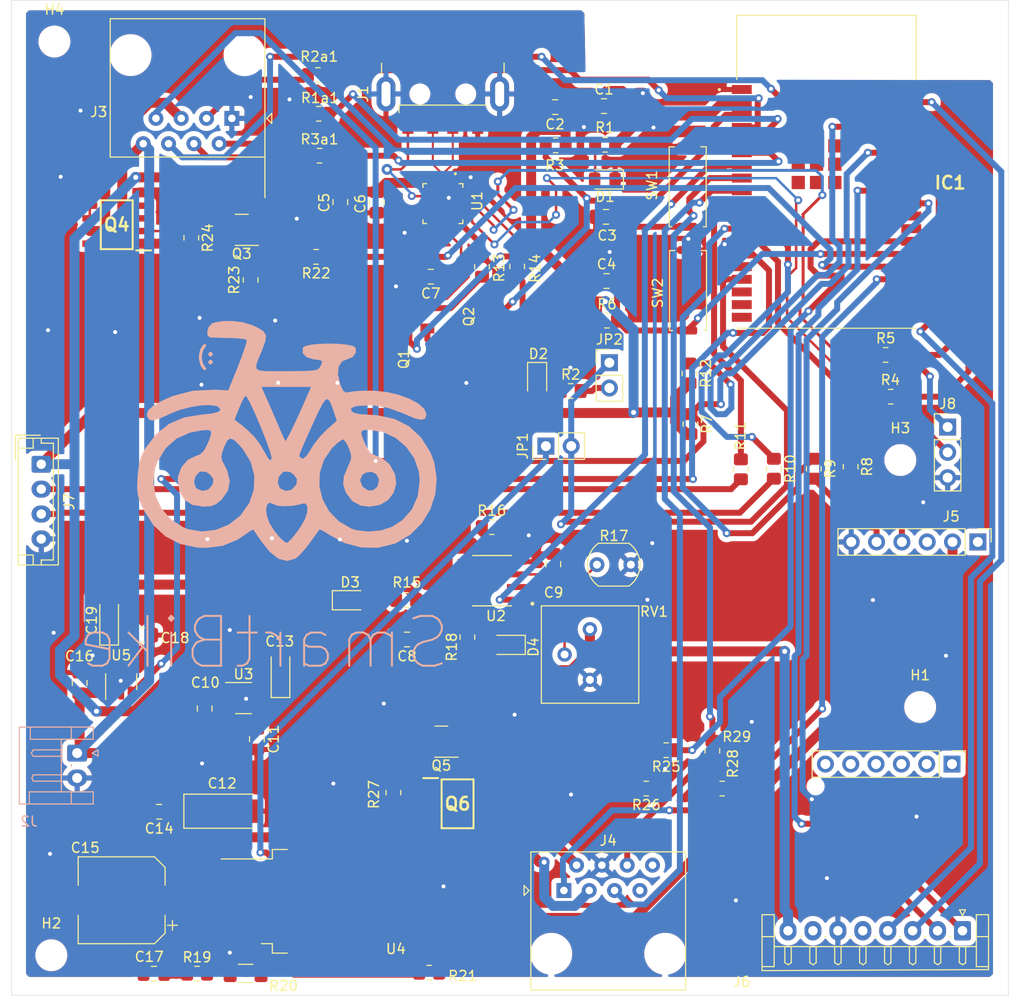
<source format=kicad_pcb>
(kicad_pcb (version 20211014) (generator pcbnew)
  (layers (0 "F.Cu" signal) (31 "B.Cu" signal) (34 "B.Paste" user) (35 "F.Paste" user) (36 "B.SilkS" user "B.Silkscreen") (37 "F.SilkS" user "F.Silkscreen") (38 "B.Mask" user) (39 "F.Mask" user) (44 "Edge.Cuts" user))
  (net 0 "")
  (net 1 "+3.3V")
  (net 2 "GND")
  (net 3 "/Acondicionamiento/RESET")
  (net 4 "/Acondicionamiento/GPIO0")
  (net 5 "Net-(C7-Pad1)")
  (net 6 "3.3Vop2")
  (net 7 "Net-(C9-Pad1)")
  (net 8 "+5V")
  (net 9 "Net-(C11-Pad1)")
  (net 10 "4.1V")
  (net 11 "Net-(C18-Pad1)")
  (net 12 "Net-(D1-Pad2)")
  (net 13 "Net-(D2-Pad2)")
  (net 14 "Net-(D3-Pad2)")
  (net 15 "/Acondicionamiento/LDR_IN")
  (net 16 "Net-(D4-Pad2)")
  (net 17 "/Acondicionamiento/LFT_stk")
  (net 18 "/Acondicionamiento/UP_stk")
  (net 19 "/Acondicionamiento/RHT_stk")
  (net 20 "/Acondicionamiento/Din_izq")
  (net 21 "/Acondicionamiento/VO_Inf")
  (net 22 "/Acondicionamiento/GPIO25")
  (net 23 "/Acondicionamiento/GPIO26")
  (net 24 "/Acondicionamiento/GPIO27")
  (net 25 "/Acondicionamiento/GPIO14")
  (net 26 "CtrlOnOff")
  (net 27 "Net-(IC1-Pad16)")
  (net 34 "/Acondicionamiento/Din_der")
  (net 35 "/Acondicionamiento/ctr_led_delantero")
  (net 36 "/Acondicionamiento/ctr_trasero")
  (net 39 "/Acondicionamiento/CS_RFID")
  (net 40 "/Acondicionamiento/SCK_RFID")
  (net 41 "/Acondicionamiento/MISO_RFID")
  (net 43 "/Acondicionamiento/SDA_PAN")
  (net 44 "/Acondicionamiento/RX34")
  (net 45 "/Acondicionamiento/TX35")
  (net 46 "/Acondicionamiento/SCL_PAN")
  (net 47 "/Acondicionamiento/MOSI_RFID")
  (net 58 "VBUS")
  (net 59 "/USB_UART/D-")
  (net 60 "/USB_UART/D+")
  (net 61 "Net-(J3-Pad2)")
  (net 62 "Net-(J3-Pad3)")
  (net 63 "Net-(J3-Pad4)")
  (net 64 "/luces delanteras/VCC_FRONT")
  (net 65 "Net-(J4-Pad1)")
  (net 66 "/Luces traseras/VCC_LEDS")
  (net 67 "/Luces traseras/VCC_INF")
  (net 68 "Net-(J4-Pad6)")
  (net 71 "/Acondicionamiento/TXGPS")
  (net 72 "/Acondicionamiento/RXGPS")
  (net 75 "/Acondicionamiento/RXSIM")
  (net 76 "/Acondicionamiento/TXSIM")
  (net 83 "ctrSIM")
  (net 84 "Net-(JP2-Pad2)")
  (net 85 "/USB_UART/DTR")
  (net 86 "Net-(Q1-Pad1)")
  (net 87 "/USB_UART/RTS")
  (net 88 "Net-(Q2-Pad1)")
  (net 89 "Net-(Q3-Pad1)")
  (net 90 "Net-(Q3-Pad3)")
  (net 93 "unconnected-(Q4-Pad5)")
  (net 94 "Net-(Q5-Pad1)")
  (net 95 "Net-(Q5-Pad3)")
  (net 96 "/Acondicionamiento/TXCP")
  (net 97 "/Acondicionamiento/RXCP")
  (net 98 "Net-(R19-Pad2)")
  (net 99 "Net-(RV1-Pad2)")
  (footprint "Resistor_SMD:R_0805_2012Metric_Pad1.20x1.40mm_HandSolder" (layer "F.Cu") (at 141.22 120.1 180)
    (fp_text reference "R26")
    (fp_text value "100k")
  )
  (footprint "Capacitor_SMD:C_0805_2012Metric_Pad1.18x1.45mm_HandSolder" (layer "F.Cu") (at 119.6025 68.73 180)
    (fp_text reference "C7")
    (fp_text value "4.7u")
  )
  (footprint "Capacitor_SMD:C_0805_2012Metric_Pad1.18x1.45mm_HandSolder" (layer "F.Cu") (at 84.38 109.4975 90)
    (fp_text reference "C16")
    (fp_text value "1u")
  )
  (footprint "Resistor_SMD:R_0805_2012Metric_Pad1.20x1.40mm_HandSolder" (layer "F.Cu") (at 123.275 104.9 -90)
    (fp_text reference "R18")
    (fp_text value "1K")
  )
  (footprint "Resistor_SMD:R_0805_2012Metric_Pad1.20x1.40mm_HandSolder" (layer "F.Cu") (at 119.44 138.58)
    (fp_text reference "R21")
    (fp_text value "470")
  )
  (footprint "Capacitor_SMD:C_0805_2012Metric_Pad1.18x1.45mm_HandSolder" (layer "F.Cu") (at 92.3625 122.43 180)
    (fp_text reference "C14")
    (fp_text value "1u")
  )
  (footprint "Package_TO_SOT_SMD:SOT-23-5" (layer "F.Cu") (at 100.82 111.0225)
    (fp_text reference "U3")
    (fp_text value "SPX3819M5-L-3-3")
  )
  (footprint "esp32:ESP32WROVERB8MB" (layer "F.Cu") (at 159.3 58.2)
    (fp_text reference "IC1")
    (fp_text value "ESP32-WROVER-B__8MB_" hide)
  )
  (footprint "Capacitor_SMD:CP_Elec_8x10.5" (layer "F.Cu") (at 88.59 131.31 180)
    (fp_text reference "C15")
    (fp_text value "330u")
  )
  (footprint "Connector_JST:JST_EH_B4B-EH-A_1x04_P2.50mm_Vertical" (layer "F.Cu") (at 80.53 87.55 -90)
    (fp_text reference "J7")
    (fp_text value "Conn_01x04")
  )
  (footprint "Capacitor_SMD:C_0805_2012Metric_Pad1.18x1.45mm_HandSolder" (layer "F.Cu") (at 117.2175 105.14 180)
    (fp_text reference "C8")
    (fp_text value "0.1u")
  )
  (footprint "Connector_PinHeader_2.54mm:PinHeader_1x02_P2.54mm_Vertical" (layer "F.Cu") (at 137.52 77.36)
    (fp_text reference "JP2")
    (fp_text value "Jumper_2_Bridged")
  )
  (footprint "MountingHole:MountingHole_2.2mm_M2" (layer "F.Cu") (at 81.85 45.13)
    (fp_text reference "H4")
    (fp_text value "MountingHole")
  )
  (footprint "Capacitor_SMD:C_0805_2012Metric_Pad1.18x1.45mm_HandSolder" (layer "F.Cu") (at 136.9825 51.61)
    (fp_text reference "C1")
    (fp_text value "22uF")
  )
  (footprint "BC847:SOT23" (layer "F.Cu") (at 118.16 73.93 -90)
    (fp_text reference "Q1")
    (fp_text value "BC847")
  )
  (footprint "Resistor_SMD:R_0805_2012Metric_Pad1.20x1.40mm_HandSolder" (layer "F.Cu") (at 117.125 101.18 180)
    (fp_text reference "R15")
    (fp_text value "1K")
  )
  (footprint "Connector_PinHeader_2.54mm:PinHeader_1x03_P2.54mm_Vertical" (layer "F.Cu") (at 171.45 83.82)
    (fp_text reference "J8")
    (fp_text value "Conn_01x03_Male")
  )
  (footprint "Resistor_SMD:R_0805_2012Metric_Pad1.20x1.40mm_HandSolder" (layer "F.Cu") (at 148.83 120.1)
    (fp_text reference "R28")
    (fp_text value "470")
  )
  (footprint "Resistor_SMD:R_0805_2012Metric_Pad1.20x1.40mm_HandSolder" (layer "F.Cu") (at 133.64 80.2)
    (fp_text reference "R2")
    (fp_text value "470")
  )
  (footprint "CP2104:QFN50P400X400X80-25N" (layer "F.Cu") (at 120.82 61.395 -90)
    (fp_text reference "U1")
    (fp_text value "~")
  )
  (footprint "Capacitor_Tantalum_SMD:CP_EIA-6032-28_Kemet-C_Pad2.25x2.35mm_HandSolder" (layer "F.Cu") (at 98.77 122.37)
    (fp_text reference "C12")
    (fp_text value "100u")
  )
  (footprint "Capacitor_SMD:C_0805_2012Metric_Pad1.18x1.45mm_HandSolder" (layer "F.Cu") (at 131.895 97.5825 90)
    (fp_text reference "C9")
    (fp_text value "0.1u")
  )
  (footprint "Capacitor_SMD:C_0805_2012Metric_Pad1.18x1.45mm_HandSolder" (layer "F.Cu") (at 91.83 138.68 180)
    (fp_text reference "C17")
    (fp_text value "100n")
  )
  (footprint "LED_SMD:LED_0805_2012Metric_Pad1.15x1.40mm_HandSolder" (layer "F.Cu") (at 130.27 79.195 -90)
    (fp_text reference "D2")
    (fp_text value "LED_HW")
  )
  (footprint "Resistor_SMD:R_0805_2012Metric_Pad1.20x1.40mm_HandSolder" (layer "F.Cu") (at 132.13 55.55)
    (fp_text reference "R3")
    (fp_text value "10k")
  )
  (footprint "Connector_JST:JST_EH_S8B-EH_1x08_P2.50mm_Horizontal" (layer "F.Cu") (at 172.94 134.37 180)
    (fp_text reference "J6")
    (fp_text value "Conn_01x08")
  )
  (footprint "Resistor_SMD:R_0805_2012Metric_Pad1.20x1.40mm_HandSolder" (layer "F.Cu") (at 128.27 67.7 -90)
    (fp_text reference "R14")
    (fp_text value "10k")
  )
  (footprint "DMP3056LSD:SOIC127P600X175-8N" (layer "F.Cu") (at 122.29 121.63)
    (fp_text reference "Q6")
    (fp_text value "DMP3056LSDQ-13" hide)
  )
  (footprint "Capacitor_SMD:C_0805_2012Metric_Pad1.18x1.45mm_HandSolder" (layer "F.Cu") (at 102.16 115.14 -90)
    (fp_text reference "C11")
    (fp_text value "10n")
  )
  (footprint "Resistor_SMD:R_0805_2012Metric_Pad1.20x1.40mm_HandSolder" (layer "F.Cu") (at 158.02 88 -90)
    (fp_text reference "R9")
    (fp_text value "470")
  )
  (footprint "Resistor_SMD:R_0805_2012Metric_Pad1.20x1.40mm_HandSolder" (layer "F.Cu") (at 150.7115 88.062 -90)
    (fp_text reference "R11")
    (fp_text value "470")
  )
  (footprint "Resistor_SMD:R_0805_2012Metric_Pad1.20x1.40mm_HandSolder" (layer "F.Cu") (at 125.725 93.86)
    (fp_text reference "R16")
    (fp_text value "10K")
  )
  (footprint "Resistor_SMD:R_0805_2012Metric_Pad1.20x1.40mm_HandSolder" (layer "F.Cu") (at 108.1 66.74 180)
    (fp_text reference "R22")
    (fp_text value "1k")
  )
  (footprint "PULSADOR:pulsador" (layer "F.Cu") (at 138.7732 70.5218 90)
    (fp_text reference "SW2")
    (fp_text value "SW_Boot")
  )
  (footprint "LED_SMD:LED_0805_2012Metric_Pad1.15x1.40mm_HandSolder" (layer "F.Cu") (at 137.065 58.97 180)
    (fp_text reference "D1")
    (fp_text value "LED_ON")
  )
  (footprint "Resistor_SMD:R_0805_2012Metric_Pad1.20x1.40mm_HandSolder" (layer "F.Cu") (at 165.227 76.581 180)
    (fp_text reference "R5")
    (fp_text value "470")
  )
  (footprint "Resistor_SMD:R_0805_2012Metric_Pad1.20x1.40mm_HandSolder" (layer "F.Cu") (at 108.28 48.49)
    (fp_text reference "R2a1")
    (fp_text value "1K")
  )
  (footprint "Resistor_SMD:R_0805_2012Metric_Pad1.20x1.40mm_HandSolder" (layer "F.Cu") (at 108.36 52.38)
    (fp_text reference "R1a1")
    (fp_text value "1K")
  )
  (footprint "PULSADOR:pulsador" (layer "F.Cu") (at 138.7432 60.1118 90)
    (fp_text reference "SW1")
    (fp_text value "SW_Reset")
  )
  (footprint "Resistor_SMD:R_0805_2012Metric_Pad1.20x1.40mm_HandSolder" (layer "F.Cu") (at 137.09 55.49 180)
    (fp_text reference "R1")
    (fp_text value "470")
  )
  (footprint "Resistor_SMD:R_0805_2012Metric_Pad1.20x1.40mm_HandSolder" (layer "F.Cu") (at 161.72 87.8 -90)
    (fp_text reference "R8")
    (fp_text value "470")
  )
  (footprint "Potentiometer_THT:Potentiometer_Bourns_3386P_Vertical" (layer "F.Cu") (at 135.565 104.11 180)
    (fp_text reference "RV1")
    (fp_text value "10K")
  )
  (footprint "MountingHole:MountingHole_2.2mm_M2" (layer "F.Cu") (at 81.54 136.83)
    (fp_text reference "H2")
    (fp_text value "MountingHole")
  )
  (footprint "Resistor_SMD:R_0805_2012Metric_Pad1.20x1.40mm_HandSolder" (layer "F.Cu") (at 124.74 67.73 -90)
    (fp_text reference "R13")
    (fp_text value "10k")
  )
  (footprint "LED_SMD:LED_0805_2012Metric_Pad1.15x1.40mm_HandSolder" (layer "F.Cu") (at 111.59 101.2)
    (fp_text reference "D3")
    (fp_text value "Power LED")
  )
  (footprint "Resistor_SMD:R_0805_2012Metric_Pad1.20x1.40mm_HandSolder" (layer "F.Cu") (at 95.58 64.83 -90)
    (fp_text reference "R24")
    (fp_text value "100k")
  )
  (footprint "Resistor_SMD:R_1206_3216Metric_Pad1.30x1.75mm_HandSolder" (layer "F.Cu") (at 101.03 138.65 180)
    (fp_text reference "R20")
    (fp_text value "43k")
  )
  (footprint "Capacitor_SMD:C_0805_2012Metric_Pad1.18x1.45mm_HandSolder" (layer "F.Cu") (at 114.19 61.2775 -90)
    (fp_text reference "C6")
    (fp_text value "100n")
  )
  (footprint "Resistor_SMD:R_0805_2012Metric_Pad1.20x1.40mm_HandSolder" (layer "F.Cu") (at 145.65 83.52 -90)
    (fp_text reference "R7")
    (fp_text value "4.7k")
  )
  (footprint "Connector_RJ:RJ45_Amphenol_54602-x08_Horizontal" (layer "F.Cu") (at 99.65 52.84 180)
    (fp_text reference "J3")
    (fp_text value "RJ45")
  )
  (footprint "Capacitor_SMD:C_0805_2012Metric_Pad1.18x1.45mm_HandSolder" (layer "F.Cu") (at 132.0825 51.71 180)
    (fp_text reference "C2")
    (fp_text value "0.1uF")
  )
  (footprint "Resistor_SMD:R_0805_2012Metric_Pad1.20x1.40mm_HandSolder" (layer "F.Cu") (at 137.28 73.14)
    (fp_text reference "R6")
    (fp_text value "10k")
  )
  (footprint "DMP3056LSD:SOIC127P600X175-8N" (layer "F.Cu") (at 88.1 63.51 180)
    (fp_text reference "Q4")
    (fp_text value "DMP3056LSDQ-13" hide)
  )
  (footprint "Capacitor_SMD:C_0805_2012Metric_Pad1.18x1.45mm_HandSolder" (layer "F.Cu") (at 110.53 61.2425 -90)
    (fp_text reference "C5")
    (fp_text value "10u")
  )
  (footprint "Connector_RJ:RJ45_Amphenol_54602-x08_Horizontal" (layer "F.Cu") (at 132.9575 130.33)
    (fp_text reference "J4")
    (fp_text value "RJ45")
  )
  (footprint "HUELLA SIM800L:sim800l" (layer "F.Cu") (at 163.05 101.64 -90)
    (fp_text reference "J5")
    (fp_text value "Conn_02x06_Counter_Clockwise")
  )
  (footprint "Capacitor_Tantalum_SMD:CP_EIA-3216-18_Kemet-A_Pad1.58x1.35mm_HandSolder" (layer "F.Cu") (at 104.53 108.4825 90)
    (fp_text reference "C13")
    (fp_text value "1U")
  )
  (footprint "BC847:SOT23" (layer "F.Cu") (at 125.97 74 90)
    (fp_text reference "Q2")
    (fp_text value "BC847")
  )
  (footprint "OptoDevice:R_LDR_5.1x4.3mm_P3.4mm_Vertical" (layer "F.Cu") (at 136.275 97.63)
    (fp_text reference "R17")
    (fp_text value "LDR07")
  )
  (footprint "Resistor_SMD:R_0805_2012Metric_Pad1.20x1.40mm_HandSolder" (layer "F.Cu") (at 108.44 56.59)
    (fp_text reference "R3a1")
    (fp_text value "1K")
  )
  (footprint "Package_TO_SOT_SMD:TO-263-5_TabPin3" (layer "F.Cu") (at 106.66 131.415)
    (fp_text reference "U4")
    (fp_text value "MIC29302WU")
  )
  (footprint "LED_SMD:LED_0805_2012Metric_Pad1.15x1.40mm_HandSolder" (layer "F.Cu") (at 127.2225 105.68 180)
    (fp_text reference "D4")
    (fp_text value "Detection LED")
  )
  (footprint "Resistor_SMD:R_0805_2012Metric_Pad1.20x1.40mm_HandSolder" (layer "F.Cu") (at 101.53 69.06 90)
    (fp_text reference "R23")
    (fp_text value "100k")
  )
  (footprint "MountingHole:MountingHole_2.2mm_M2" (layer "F.Cu") (at 168.69 111.92)
    (fp_text reference "H1")
    (fp_text value "MountingHole")
  )
  (footprint "Resistor_SMD:R_0805_2012Metric_Pad1.20x1.40mm_HandSolder" (layer "F.Cu") (at 145.5484 78.44 -90)
    (fp_text reference "R12")
    (fp_text value "4.7k")
  )
  (footprint "Package_TO_SOT_SMD:SOT-23-5" (layer "F.Cu") (at 88.55 109.3725 90)
    (fp_text reference "U5")
    (fp_text value "MIC5219-3.3YM5")
  )
  (footprint "Connector_PinHeader_2.54mm:PinHeader_1x02_P2.54mm_Vertical" (layer "F.Cu") (at 131.15 85.73 90)
    (fp_text reference "JP1")
    (fp_text value "Jumper_2_Open")
  )
  (footprint "Package_TO_SOT_SMD:SOT-23" (layer "F.Cu") (at 120.66 115.39 180)
    (fp_text reference "Q5")
    (fp_text value "BSS138")
  )
  (footprint "MountingHole:MountingHole_2.2mm_M2" (layer "F.Cu") (at 166.7 87.13)
    (fp_text reference "H3")
    (fp_text value "MountingHole")
  )
  (footprint "Connector_USB:USB_A_CNCTech_1001-011-01101_Horizontal" (layer "F.Cu") (at 120.81 43.49 90)
    (fp_text reference "J1")
    (fp_text value "USB_A")
  )
  (footprint "Resistor_SMD:R_0805_2012Metric_Pad1.20x1.40mm_HandSolder" (layer "F.Cu") (at 115.85 120.51 90)
    (fp_text reference "R27")
    (fp_text value "100k")
  )
  (footprint "Capacitor_SMD:C_0805_2012Metric_Pad1.18x1.45mm_HandSolder" (layer "F.Cu") (at 137.1825 62.72)
    (fp_text reference "C3")
    (fp_text value "0.1uF")
  )
  (footprint "Capacitor_SMD:C_0805_2012Metric_Pad1.18x1.45mm_HandSolder" (layer "F.Cu") (at 90.6225 104.7)
    (fp_text reference "C18")
    (fp_text value "470p")
  )
  (footprint "Package_TO_SOT_SMD:SOT-23" (layer "F.Cu") (at 100.64 64.03 180)
    (fp_text reference "Q3")
    (fp_text value "BSS138")
  )
  (footprint "Resistor_SMD:R_0805_2012Metric_Pad1.20x1.40mm_HandSolder" (layer "F.Cu") (at 154.02 88 -90)
    (fp_text reference "R10")
    (fp_text value "470")
  )
  (footprint "Capacitor_Tantalum_SMD:CP_EIA-3216-18_Kemet-A_Pad1.58x1.35mm_HandSolder" (layer "F.Cu") (at 87.34 103.2125 90)
    (fp_text reference "C19")
    (fp_text value "2.2u")
  )
  (footprint "Resistor_SMD:R_0805_2012Metric_Pad1.20x1.40mm_HandSolder" (layer "F.Cu") (at 147.85 116.31 90)
    (fp_text reference "R29")
    (fp_text value "470")
  )
  (footprint "Resistor_SMD:R_0805_2012Metric_Pad1.20x1.40mm_HandSolder" (layer "F.Cu") (at 165.735 80.772 180)
    (fp_text reference "R4")
    (fp_text value "470")
  )
  (footprint "Capacitor_SMD:C_0805_2012Metric_Pad1.18x1.45mm_HandSolder" (layer "F.Cu") (at 137.2325 69.16)
    (fp_text reference "C4")
    (fp_text value "0.1u")
  )
  (footprint "Resistor_SMD:R_0805_2012Metric_Pad1.20x1.40mm_HandSolder" (layer "F.Cu") (at 143.22 116.25 180)
    (fp_text reference "R25")
    (fp_text value "1k")
  )
  (footprint "Capacitor_SMD:C_0805_2012Metric_Pad1.18x1.45mm_HandSolder" (layer "F.Cu") (at 96.92 112.07 -90)
    (fp_text reference "C10")
    (fp_text value "1u")
  )
  (footprint "Resistor_SMD:R_0805_2012Metric_Pad1.20x1.40mm_HandSolder" (layer "F.Cu") (at 96.16 138.68)
    (fp_text reference "R19")
    (fp_text value "100k")
  )
  (footprint "LM358DR:SOIC127P599X175-8N" (layer "F.Cu") (at 125.755 99.24 180)
    (fp_text reference "U2")
    (fp_text value "LM358")
  )
  (footprint "Connector_JST:JST_EH_S2B-EH_1x02_P2.50mm_Horizontal" (layer "B.Cu") (at 84.13 116.54 -90)
    (fp_text reference "J2")
    (fp_text value "Conn_01x02")
  )
  (footprint "Logo:Logonuevo" (layer "B.Cu") (at 104.43 86.37 180)
    (fp_text reference ":)")
    (fp_text value "LOGO" hide)
  )
  (gr_rect (start 177.5428 140.8576) (end 77.5684 40.9848) (layer "Edge.Cuts") (width 0.05) (fill none))
  (segment (start 120.03048 58.72) (end 120.03048 59.44) (width 0.23) (layer "F.Cu") (net 1))
  (segment (start 118.81548 60.09548) (end 118.865 60.09548) (width 0.25) (layer "F.Cu") (net 1))
  (segment (start 110.53 60.205) (end 114.155 60.205) (width 1) (layer "F.Cu") (net 1))
  (segment (start 136.28 71.2202) (end 137.1134 71.2202) (width 1) (layer "F.Cu") (net 1))
  (segment (start 115.12 59.31) (end 118.03 59.31) (width 1) (layer "F.Cu") (net 1))
  (segment (start 135.91 71.2202) (end 136.28 71.2202) (width 1) (layer "F.Cu") (net 1))
  (segment (start 144.1144 83.3429) (end 144.1144 82.3517) (width 1) (layer "F.Cu") (net 1))
  (segment (start 145.2915 84.52) (end 144.1144 83.3429) (width 1) (layer "F.Cu") (net 1))
  (segment (start 133.13 54.0102) (end 133.12 54.0002) (width 1) (layer "F.Cu") (net 1))
  (segment (start 104.53 109.92) (end 102.11 109.92) (width 1) (layer "F.Cu") (net 1))
  (segment (start 119.44 59.31) (end 118.03 59.31) (width 0.25) (layer "F.Cu") (net 1))
  (segment (start 147.564066 52.56) (end 148.914066 51.21) (width 1) (layer "F.Cu") (net 1))
  (segment (start 139.42 50.712576) (end 139.42 51.96) (width 1) (layer "F.Cu") (net 1))
  (segment (start 85.67 82.41) (end 80.53 87.55) (width 1) (layer "F.Cu") (net 1))
  (segment (start 139.9449 82.3517) (end 144.1144 82.3517) (width 1) (layer "F.Cu") (net 1))
  (segment (start 102.11 109.92) (end 101.9575 110.0725) (width 1) (layer "F.Cu") (net 1))
  (segment (start 133.12 54.0002) (end 130.3793 54.0002) (width 1) (layer "F.Cu") (net 1))
  (segment (start 100.4617 108.5767) (end 93.5992 108.5767) (width 1) (layer "F.Cu") (net 1))
  (segment (start 145.65 84.52) (end 145.2915 84.52) (width 1) (layer "F.Cu") (net 1))
  (segment (start 139.9449 82.3517) (end 139.8866 82.41) (width 1) (layer "F.Cu") (net 1))
  (segment (start 138.792424 50.085) (end 139.42 50.712576) (width 1) (layer "F.Cu") (net 1))
  (segment (start 135.945 51.387576) (end 137.247576 50.085) (width 1) (layer "F.Cu") (net 1))
  (segment (start 114.155 60.205) (end 114.19 60.24) (width 1) (layer "F.Cu") (net 1))
  (segment (start 144.1144 82.3517) (end 144.1144 80.874) (width 1) (layer "F.Cu") (net 1))
  (segment (start 119.57 59.44) (end 119.57 58.75) (width 0.23) (layer "F.Cu") (net 1))
  (segment (start 148.914066 51.21) (end 150.8 51.21) (width 1) (layer "F.Cu") (net 1))
  (segment (start 119.57 59.44) (end 119.44 59.31) (width 0.25) (layer "F.Cu") (net 1))
  (segment (start 147.564066 52.56) (end 141.3382 52.56) (width 1) (layer "F.Cu") (net 1))
  (segment (start 90.0049 58.7596) (end 109.0846 58.7596) (width 1) (layer "F.Cu") (net 1))
  (segment (start 119.57 58.75) (end 119.6 58.72) (width 0.23) (layer "F.Cu") (net 1))
  (segment (start 139.42 51.96) (end 139.8609 52.4009) (width 1) (layer "F.Cu") (net 1))
  (segment (start 135.845 51.71) (end 135.945 51.61) (width 1) (layer "F.Cu") (net 1))
  (segment (start 133.12 51.71) (end 135.845 51.71) (width 1) (layer "F.Cu") (net 1))
  (segment (start 114.19 60.24) (end 115.12 59.31) (width 1) (layer "F.Cu") (net 1))
  (segment (start 109.0846 58.7596) (end 110.53 60.205) (width 1) (layer "F.Cu") (net 1))
  (segment (start 93.5992 108.5767) (end 89.8323 112.3436) (width 1) (layer "F.Cu") (net 1))
  (segment (start 139.8866 82.41) (end 85.67 82.41) (width 1) (layer "F.Cu") (net 1))
  (segment (start 130.3793 54.0002) (end 129.6704 54.7091) (width 1) (layer "F.Cu") (net 1))
  (segment (start 138.09 55.49) (end 141.1791 52.4009) (width 1) (layer "F.Cu") (net 1))
  (segment (start 89.8323 112.3436) (end 86.0679 112.3436) (width 1) (layer "F.Cu") (net 1))
  (segment (start 118.03 59.31) (end 118.81548 60.09548) (width 0.25) (layer "F.Cu") (net 1))
  (segment (start 135.945 51.61) (end 135.945 51.387576) (width 1) (layer "F.Cu") (net 1))
  (segment (start 101.9575 110.0725) (end 100.4617 108.5767) (width 1) (layer "F.Cu") (net 1))
  (segment (start 141.1791 52.4009) (end 141.3382 52.56) (width 1) (layer "F.Cu") (net 1))
  (segment (start 139.8609 52.4009) (end 141.1791 52.4009) (width 1) (layer "F.Cu") (net 1))
  (segment (start 119.6 58.72) (end 120.03048 58.72) (width 0.23) (layer "F.Cu") (net 1))
  (segment (start 133.12 54.0002) (end 133.12 51.71) (width 1) (layer "F.Cu") (net 1))
  (segment (start 137.247576 50.085) (end 138.792424 50.085) (width 1) (layer "F.Cu") (net 1))
  (segment (start 136.28 73.14) (end 136.28 71.2202) (width 1) (layer "F.Cu") (net 1))
  (segment (start 129.6704 54.7091) (end 129.6704 64.9806) (width 1) (layer "F.Cu") (net 1))
  (segment (start 133.13 55.55) (end 133.13 54.0102) (width 1) (layer "F.Cu") (net 1))
  (segment (start 144.1144 80.874) (end 145.5484 79.44) (width 1) (layer "F.Cu") (net 1))
  (segment (start 129.6704 64.9806) (end 135.91 71.2202) (width 1) (layer "F.Cu") (net 1))
  (via (at 86.0679 112.3436) (size 1.1) (drill 0.5) (layers "F.Cu" "B.Cu") (net 1))
  (via (at 90.0049 58.7596) (size 1.1) (drill 0.5) (layers "F.Cu" "B.Cu") (net 1))
  (via (at 139.9449 82.3517) (size 1.1) (drill 0.5) (layers "F.Cu" "B.Cu") (net 1))
  (via (at 137.1134 71.2202) (size 1.1) (drill 0.5) (layers "F.Cu" "B.Cu") (net 1))
  (segment (start 139.9449 74.0517) (end 137.1134 71.2202) (width 1) (layer "B.Cu") (net 1))
  (segment (start 83.8615 87.55) (end 83.8615 64.903) (width 1) (layer "B.Cu") (net 1))
  (segment (start 83.8615 87.55) (end 80.53 87.55) (width 1) (layer "B.Cu") (net 1))
  (segment (start 83.8615 104.765557) (end 83.8615 87.55) (width 1) (layer "B.Cu") (net 1))
  (segment (start 83.8615 64.903) (end 90.0049 58.7596) (width 1) (layer "B.Cu") (net 1))
  (segment (start 82.41 106.217057) (end 83.8615 104.765557) (width 1) (layer "B.Cu") (net 1))
  (segment (start 139.9449 82.3517) (end 139.9449 74.0517) (width 1) (layer "B.Cu") (net 1))
  (segment (start 86.0679 112.3436) (end 82.41 108.6857) (width 1) (layer "B.Cu") (net 1))
  (segment (start 82.41 108.6857) (end 82.41 106.217057) (width 1) (layer "B.Cu") (net 1))
  (segment (start 122 58) (end 121.57 58.43) (width 0.25) (layer "F.Cu") (net 2))
  (segment (start 88.5 110.46) (end 88.55 110.51) (width 0.3) (layer "F.Cu") (net 2))
  (segment (start 123 58) (end 122 58) (width 0.25) (layer "F.Cu") (net 2))
  (segment (start 99.44 136.57) (end 99.44 138.61) (width 0.25) (layer "F.Cu") (net 2))
  (segment (start 99.44 138.61) (end 99.48 138.65) (width 0.25) (layer "F.Cu") (net 2))
  (segment (start 123.6 58.75) (end 123.6 58.6) (width 0.25) (layer "F.Cu") (net 2))
  (segment (start 123.6 58.6) (end 123 58) (width 0.25) (layer "F.Cu") (net 2))
  (segment (start 101.08 111.09) (end 99.75 111.09) (width 0.25) (layer "F.Cu") (net 2))
  (segment (start 88.5 109.28) (end 88.5 110.46) (width 0.3) (layer "F.Cu") (net 2))
  (segment (start 99.75 111.09) (end 99.6825 111.0225) (width 0.25) (layer "F.Cu") (net 2))
  (segment (start 121.57 58.43) (end 121.57 59.44) (width 0.25) (layer "F.Cu") (net 2))
  (via (at 145.44 64.93) (size 0.8) (drill 0.4) (layers "F.Cu" "B.Cu") (net 2))
  (via (at 88.5 109.28) (size 0.8) (drill 0.4) (layers "F.Cu" "B.Cu") (net 2))
  (via (at 163.95 101.18) (size 0.8) (drill 0.4) (layers "F.Cu" "B.Cu") (net 2))
  (via (at 110.49 95.1) (size 0.8) (drill 0.4) (layers "F.Cu" "B.Cu") (net 2))
  (via (at 150.21 131.32) (size 0.8) (drill 0.4) (layers "F.Cu" "B.Cu") (net 2))
  (via (at 81.41 126.65) (size 0.8) (drill 0.4) (layers "F.Cu" "B.Cu") (net 2))
  (via (at 128.01 112.69) (size 0.8) (drill 0.4) (layers "F.Cu" "B.Cu") (net 2))
  (via (at 105.43 50.94) (size 0.8) (drill 0.4) (layers "F.Cu" "B.Cu") (net 2))
  (via (at 133.67 120.7) (size 0.8) (drill 0.4) (layers "F.Cu" "B.Cu") (net 2))
  (via (at 96.66 117.58) (size 0.8) (drill 0.4) (layers "F.Cu" "B.Cu") (net 2))
  (via (at 171.28 106.77) (size 0.8) (drill 0.4) (layers "F.Cu" "B.Cu") (net 2))
  (via (at 96.6 79.57) (size 0.8) (drill 0.4) (layers "F.Cu" "B.Cu") (net 2))
  (via (at 120.88 129.92) (size 0.8) (drill 0.4) (layers "F.Cu" "B.Cu") (net 2))
  (via (at 159.34 129.09) (size 0.8) (drill 0.4) (layers "F.Cu" "B.Cu") (net 2))
  (via (at 149.08 65.47) (size 0.8) (drill 0.4) (layers "F.Cu" "B.Cu") (net 2))
  (via (at 106.16 62.91) (size 0.8) (drill 0.4) (layers "F.Cu" "B.Cu") (net 2))
  (via (at 84.47 52.06) (size 0.8) (drill 0.4) (layers "F.Cu" "B.Cu") (net 2))
  (via (at 168.33 122.91) (size 0.8) (drill 0.4) (layers "F.Cu" "B.Cu") (net 2))
  (via (at 116.98 64.32) (size 0.8) (drill 0.4) (layers "F.Cu" "B.Cu") (net 2))
  (via (at 137.55 66.25) (size 0.8) (drill 0.4) (layers "F.Cu" "B.Cu") (net 2))
  (via (at 143.11 118.12) (size 0.8) (drill 0.4) (layers "F.Cu" "B.Cu") (net 2))
  (via (at 121.41 60.81) (size 0.8) (drill 0.4) (layers "F.Cu" "B.Cu") (net 2))
  (via (at 99.44 136.57) (size 0.8) (drill 0.4) (layers "F.Cu" "B.Cu") (net 2))
  (via (at 99.44 104.19) (size 0.8) (drill 0.4) (layers "F.Cu" "B.Cu") (net 2))
  (via (at 81.21 74.1) (size 0.8) (drill 0.4) (layers "F.Cu" "B.Cu") (net 2))
  (via (at 103.67 94.98) (size 0.8) (drill 0.4) (layers "F.Cu" "B.Cu") (net 2))
  (via (at 134.96 53.71) (size 0.8) (drill 0.4) (layers "F.Cu" "B.Cu") (net 2))
  (via (at 82.48 58.7) (size 0.8) (drill 0.4) (layers "F.Cu" "B.Cu") (net 2))
  (via (at 85.68 106.74) (size 0.8) (drill 0.4) (layers "F.Cu" "B.Cu") (net 2))
  (via (at 117.21 95.23) (size 0.8) (drill 0.4) (layers "F.Cu" "B.Cu") (net 2))
  (via (at 87.94 74.29) (size 0.8) (drill 0.4) (layers "F.Cu" "B.Cu") (net 2))
  (via (at 101.54 50.7) (size 0.8) (drill 0.4) (layers "F.Cu" "B.Cu") (net 2))
  (via (at 101.08 111.09) (size 0.8) (drill 0.4) (layers "F.Cu" "B.Cu") (net 2))
  (via (at 141.33 101.15) (size 0.8) (drill 0.4) (layers "F.Cu" "B.Cu") (net 2))
  (via (at 104.3 79.38) (size 0.8) (drill 0.4) (layers "F.Cu" "B.Cu") (net 2))
  (via (at 116.11 69.7) (size 0.8) (drill 0.4) (layers "F.Cu" "B.Cu") (net 2))
  (via (at 109.83 119.6) (size 0.8) (drill 0.4) (layers "F.Cu" "B.Cu") (net 2))
  (via (at 96.41 72.86) (size 0.8) (drill 0.4) (layers "F.Cu" "B.Cu") (net 2))
  (via (at 123.17 79.39) (size 0.8) (drill 0.4) (layers "F.Cu" "B.Cu") (net 2))
  (via (at 97.2 95.07) (size 0.8) (drill 0.4) (layers "F.Cu" "B.Cu") (net 2))
  (via (at 129.43 94.69) (size 0.8) (drill 0.4) (layers "F.Cu" "B.Cu") (net 2))
  (via (at 123.6 58.75) (size 0.8) (drill 0.4) (layers "F.Cu" "B.Cu") (net 2))
  (via (at 81.77 104.46) (size 0.8) (drill 0.4) (layers "F.Cu" "B.Cu") (net 2))
  (via (at 140.88 50.31) (size 0.8) (drill 0.4) (layers "F.Cu" "B.Cu") (net 2))
  (via (at 103.99 73.13) (size 0.8) (drill 0.4) (layers "F.Cu" "B.Cu") (net 2))
  (via (at 133.61 77.85) (size 0.8) (drill 0.4) (layers "F.Cu" "B.Cu") (net 2))
  (via (at 141.94 53.76) (size 0.8) (drill 0.4) (layers "F.Cu" "B.Cu") (net 2))
  (via (at 141.82 95.47) (size 0.8) (drill 0.4) (layers "F.Cu" "B.Cu") (net 2))
  (via (at 169 91.37) (size 0.8) (drill 0.4) (layers "F.Cu" "B.Cu") (net 2))
  (via (at 110.24 79.38) (size 0.8) (drill 0.4) (layers "F.Cu" "B.Cu") (net 2))
  (via (at 114.89 111.57) (size 0.8) (drill 0.4) (layers "F.Cu" "B.Cu") (net 2))
  (via (at 151.8 113.4) (size 0.8) (drill 0.4) (layers "F.Cu" "B.Cu") (net 2))
  (segment (start 149.411982 63.0667) (end 147.3033 63.0667) (width 0.3) (layer "B.Cu") (net 2))
  (segment (start 88.5 109.28) (end 88.22 109.28) (width 0.3) (layer "B.Cu") (net 2))
  (segment (start 88.22 109.28) (end 85.68 106.74) (width 0.3) (layer "B.Cu") (net 2))
  (segment (start 149.08 65.47) (end 149.9099 64.6401) (width 0.3) (layer "B.Cu") (net 2))
  (segment (start 147.3033 63.0667) (end 145.44 64.93) (width 0.3) (layer "B.Cu") (net 2))
  (segment (start 149.9099 64.6401) (end 149.9099 63.564618) (width 0.3) (layer "B.Cu") (net 2))
  (segment (start 149.9099 63.564618) (end 149.411982 63.0667) (width 0.3) (layer "B.Cu") (net 2))
  (segment (start 139.2186 63.7186) (end 145.2964 63.7186) (width 0.6) (layer "F.Cu") (net 3))
  (segment (start 135.4981 61.1004) (end 135.252 60.8543) (width 0.6) (layer "F.Cu") (net 3))
  (segment (start 131.13 55.55) (end 131.13 56.7323) (width 0.6) (layer "F.Cu") (net 3))
  (segment (start 138.22 61.1004) (end 138.22 62.72) (width 0.6) (layer "F.Cu") (net 3))
  (segment (start 142.0343 61.1004) (end 138.22 61.1004) (width 0.6) (layer "F.Cu") (net 3))
  (segment (start 127.07 73.05) (end 127.07 71.9497) (width 0.6) (layer "F.Cu") (net 3))
  (segment (start 138.22 61.1004) (end 135.4981 61.1004) (width 0.6) (layer "F.Cu") (net 3))
  (segment (start 131.13 56.7323) (end 135.252 60.8543) (width 0.6) (layer "F.Cu") (net 3))
  (segment (start 147.9873 55.1474) (end 142.0343 61.1004) (width 0.6) (layer "F.Cu") (net 3))
  (segment (start 138.22 62.72) (end 139.2186 63.7186) (width 0.6) (layer "F.Cu") (net 3))
  (segment (start 147.9873 53.6924) (end 147.9873 55.1474) (width 0.6) (layer "F.Cu") (net 3))
  (segment (start 150.8 52.48) (end 149.1997 52.48) (width 0.6) (layer "F.Cu") (net 3))
  (segment (start 127.0952 71.9497) (end 127.8132 71.2317) (width 0.6) (layer "F.Cu") (net 3))
  (segment (start 127.07 71.9497) (end 127.0952 71.9497) (width 0.6) (layer "F.Cu") (net 3))
  (segment (start 149.1997 52.48) (end 147.9873 53.6924) (width 0.6) (layer "F.Cu") (net 3))
  (via (at 135.252 60.8543) (size 0.8) (drill 0.4) (layers "F.Cu" "B.Cu") (net 3))
  (via (at 127.8132 71.2317) (size 0.8) (drill 0.4) (layers "F.Cu" "B.Cu") (net 3))
  (segment (start 135.2519 60.8543) (end 135.252 60.8543) (width 0.6) (layer "B.Cu") (net 3))
  (segment (start 135.2519 63.793) (end 135.2519 60.8543) (width 0.6) (layer "B.Cu") (net 3))
  (segment (start 127.8132 71.2317) (end 135.2519 63.793) (width 0.6) (layer "B.Cu") (net 3))
  (segment (start 119.26 73.93) (end 119.26 75.0303) (width 0.6) (layer "F.Cu") (net 4))
  (segment (start 135.4933 76.0503) (end 120.28 76.0503) (width 0.6) (layer "F.Cu") (net 4))
  (segment (start 138.3418 73.2018) (end 135.4933 76.0503) (width 0.6) (layer "F.Cu") (net 4))
  (segment (start 146.3987 72.9011) (end 146.3987 73.0563) (width 0.6) (layer "F.Cu") (net 4))
  (segment (start 138.28 73.14) (end 138.3418 73.2018) (width 0.6) (layer "F.Cu") (net 4))
  (segment (start 146.3987 73.0563) (end 145.3264 74.1286) (width 0.6) (layer "F.Cu") (net 4))
  (segment (start 167.8 66.45) (end 158.7027 66.45) (width 0.6) (layer "F.Cu") (net 4))
  (segment (start 138.28 69.17) (end 138.28 73.14) (width 0.6) (layer "F.Cu") (net 4))
  (segment (start 138.27 69.16) (end 138.28 69.17) (width 0.6) (layer "F.Cu") (net 4))
  (segment (start 120.28 76.0503) (end 119.26 75.0303) (width 0.6) (layer "F.Cu") (net 4))
  (segment (start 139.2686 74.1286) (end 145.3264 74.1286) (width 0.6) (layer "F.Cu") (net 4))
  (segment (start 138.3418 73.2018) (end 139.2686 74.1286) (width 0.6) (layer "F.Cu") (net 4))
  (via (at 158.7027 66.45) (size 0.8) (drill 0.4) (layers "F.Cu" "B.Cu") (net 4))
  (via (at 146.3987 72.9011) (size 0.8) (drill 0.4) (layers "F.Cu" "B.Cu") (net 4))
  (segment (start 146.3987 72.9011) (end 152.8498 66.45) (width 0.6) (layer "B.Cu") (net 4))
  (segment (start 152.8498 66.45) (end 158.7027 66.45) (width 0.6) (layer "B.Cu") (net 4))
  (segment (start 121.07 63.35) (end 121.07 64.0804) (width 0.25) (layer "F.Cu") (net 5))
  (segment (start 122.6423 65.6527) (end 122.6423 67.153) (width 0.25) (layer "F.Cu") (net 5))
  (segment (start 121.0653 68.73) (end 120.64 68.73) (width 0.25) (layer "F.Cu") (net 5))
  (segment (start 121.07 64.0804) (end 122.6423 65.6527) (width 0.25) (layer "F.Cu") (net 5))
  (segment (start 122.6423 67.153) (end 121.0653 68.73) (width 0.25) (layer "F.Cu") (net 5))
  (segment (start 125.52 95.04) (end 125.52 100.0963) (width 1) (layer "F.Cu") (net 6))
  (segment (start 123.285 101.145) (end 123.275 101.155) (width 1) (layer "F.Cu") (net 6))
  (segment (start 124.4713 101.145) (end 123.285 101.145) (width 1) (layer "F.Cu") (net 6))
  (segment (start 135.565 104.11) (end 135.565 106.3325) (width 1) (layer "F.Cu") (net 6))
  (segment (start 125.52 100.0963) (end 124.4713 101.145) (width 1) (layer "F.Cu") (net 6))
  (segment (start 87.0338 99.6297) (end 85.8141 100.8494) (width 1) (layer "F.Cu") (net 6))
  (segment (start 123.275 101.18) (end 123.275 103.9) (width 1) (layer "F.Cu") (net 6))
  (segment (start 123.275 101.155) (end 123.275 101.18) (width 1) (layer "F.Cu") (net 6))
  (segment (start 135.565 106.3325) (end 133.6786 108.2189) (width 1) (layer "F.Cu") (net 6))
  (segment (start 119.495 103.9) (end 123.275 103.9) (width 1) (layer "F.Cu") (net 6))
  (segment (start 121.3339 108.2189) (end 118.255 105.14) (width 1) (layer "F.Cu") (net 6))
  (segment (start 124.725 94.245) (end 125.52 95.04) (width 1) (layer "F.Cu") (net 6))
  (segment (start 118.125 101.18) (end 123.275 101.18) (width 1) (layer "F.Cu") (net 6))
  (segment (start 118.255 105.14) (end 119.495 103.9) (width 1) (layer "F.Cu") (net 6))
  (segment (start 85.8141 100.8494) (end 85.8141 103.1241) (width 1) (layer "F.Cu") (net 6))
  (segment (start 87.6 108.235) (end 87.34 107.975) (width 1) (layer "F.Cu") (net 6))
  (segment (start 87.34 107.975) (end 87.34 104.65) (width 1) (layer "F.Cu") (net 6))
  (segment (start 135.565 106.3325) (end 155.1001 106.3325) (width 1) (layer "F.Cu") (net 6))
  (segment (start 133.6786 108.2189) (end 121.3339 108.2189) (width 1) (layer "F.Cu") (net 6))
  (segment (start 118.125 101.18) (end 118.125 100.8334) (width 1) (layer "F.Cu") (net 6))
  (segment (start 118.125 100.8334) (end 116.9213 99.6297) (width 1) (layer "F.Cu") (net 6))
  (segment (start 85.8141 103.1241) (end 87.34 104.65) (width 1) (layer "F.Cu") (net 6))
  (segment (start 116.9213 99.6297) (end 87.0338 99.6297) (width 1) (layer "F.Cu") (net 6))
  (segment (start 124.725 93.86) (end 124.725 94.245) (width 1) (layer "F.Cu") (net 6))
  (via (at 155.1001 106.3325) (size 1.1) (drill 0.5) (layers "F.Cu" "B.Cu") (net 6))
  (segment (start 155.1001 132.2548) (end 155.1001 106.3325) (width 1) (layer "B.Cu") (net 6))
  (segment (start 155.44 134.37) (end 155.44 132.5947) (width 1) (layer "B.Cu") (net 6))
  (segment (start 155.44 132.5947) (end 155.1001 132.2548) (width 1) (layer "B.Cu") (net 6))
  (segment (start 126.725 93.86) (end 126.725 97.5939) (width 0.25) (layer "F.Cu") (net 7))
  (segment (start 131.88 98.605) (end 131.895 98.62) (width 0.25) (layer "F.Cu") (net 7))
  (segment (start 136.275 97.63) (end 135.285 98.62) (width 0.25) (layer "F.Cu") (net 7))
  (segment (start 135.285 98.62) (end 131.895 98.62) (width 0.25) (layer "F.Cu") (net 7))
  (segment (start 128.225 98.605) (end 131.88 98.605) (width 0.25) (layer "F.Cu") (net 7))
  (segment (start 127.7361 98.605) (end 128.225 98.605) (width 0.25) (layer "F.Cu") (net 7))
  (segment (start 126.725 97.5939) (end 127.7361 98.605) (width 0.25) (layer "F.Cu") (net 7))
  (segment (start 121.1403 122.8785) (end 121.1403 124.265) (width 1) (layer "F.Cu") (net 8))
  (segment (start 97.7846 125.2241) (end 97.7846 123.9946) (width 1) (layer "F.Cu") (net 8))
  (segment (start 90.8 65.415) (end 89.2497 65.415) (width 1) (layer "F.Cu") (net 8))
  (segment (start 96.6338 111.0325) (end 96.92 111.0325) (width 1) (layer "F.Cu") (net 8))
  (segment (start 119.59 122.265) (end 120.3652 122.265) (width 1) (layer "F.Cu") (net 8))
  (segment (start 88.6546 64.8199) (end 89.2497 65.415) (width 1) (layer "F.Cu") (net 8))
  (segment (start 88.0738 116.8264) (end 87.727 116.8264) (width 1) (layer "F.Cu") (net 8))
  (segment (start 88.6546 57.4854) (end 88.6546 64.8199) (width 1) (layer "F.Cu") (net 8))
  (segment (start 98.398 112.1235) (end 97.307 111.0325) (width 1) (layer "F.Cu") (net 8))
  (segment (start 96.92 111.0325) (end 98.031 109.9215) (width 1) (layer "F.Cu") (net 8))
  (segment (start 95.165 65.415) (end 95.58 65.83) (width 1) (layer "F.Cu") (net 8))
  (segment (start 120.5268 122.265) (end 121.1403 122.265) (width 1) (layer "F.Cu") (net 8))
  (segment (start 115.85 119.51) (end 117.8247 119.51) (width 1) (layer "F.Cu") (net 8))
  (segment (start 97.7846 123.9946) (end 96.22 122.43) (width 1) (layer "F.Cu") (net 8))
  (segment (start 97.307 111.0325) (end 96.92 111.0325) (width 1) (layer "F.Cu") (net 8))
  (segment (start 99.5315 109.9215) (end 99.6825 110.0725) (width 0.601) (layer "F.Cu") (net 8))
  (segment (start 84.38 116.29) (end 84.38 110.535) (width 1) (layer "F.Cu") (net 8))
  (segment (start 90.8 65.415) (end 95.165 65.415) (width 1) (layer "F.Cu") (net 8))
  (segment (start 98.031 109.9215) (end 99.5315 109.9215) (width 1) (layer "F.Cu") (net 8))
  (segment (start 120.5268 122.265) (end 121.1403 122.8785) (width 1) (layer "F.Cu") (net 8))
  (segment (start 87.449 110.51) (end 87.6 110.51) (width 0.601) (layer "F.Cu") (net 8))
  (segment (start 87.4406 116.54) (end 84.13 116.54) (width 1) (layer "F.Cu") (net 8))
  (segment (start 93.4 122.43) (end 93.4 122.1526) (width 1) (layer "F.Cu") (net 8))
  (segment (start 99.6825 112.1235) (end 99.6825 111.9725) (width 0.601) (layer "F.Cu") (net 8))
  (segment (start 84.405 110.51) (end 84.38 110.535) (width 1) (layer "F.Cu") (net 8))
  (segment (start 93.4 122.1526) (end 89.4569 118.2094) (width 1) (layer "F.Cu") (net 8))
  (segment (start 120.4145 124.9908) (end 98.018 124.9908) (width 1) (layer "F.Cu") (net 8))
  (segment (start 97.7847 129.715) (end 97.7847 125.2241) (width 1) (layer "F.Cu") (net 8))
  (segment (start 117.8247 119.51) (end 118.0397 119.725) (width 1) (layer "F.Cu") (net 8))
  (segment (start 96.22 122.43) (end 93.4 122.43) (width 1) (layer "F.Cu") (net 8))
  (segment (start 121.1403 122.265) (end 121.1403 119.725) (width 1) (layer "F.Cu") (net 8))
  (segment (start 120.3652 122.265) (end 120.5268 122.265) (width 1) (layer "F.Cu") (net 8))
  (segment (start 87.449 110.51) (end 84.405 110.51) (width 1) (layer "F.Cu") (net 8))
  (segment (start 90.76 55.38) (end 88.6546 57.4854) (width 1) (layer "F.Cu") (net 8))
  (segment (start 100.885 129.715) (end 97.7847 129.715) (width 1) (layer "F.Cu") (net 8))
  (segment (start 89.4569 118.2094) (end 88.0738 116.8264) (width 1) (layer "F.Cu") (net 8))
  (segment (start 119.59 119.725) (end 118.0397 119.725) (width 1) (layer "F.Cu") (net 8))
  (segment (start 119.59 119.725) (end 121.1403 119.725) (width 1) (layer "F.Cu") (net 8))
  (segment (start 99.6825 112.1235) (end 98.398 112.1235) (width 1) (layer "F.Cu") (net 8))
  (segment (start 97.7847 125.2241) (end 97.7846 125.2241) (width 1) (layer "F.Cu") (net 8))
  (segment (start 98.018 124.9908) (end 97.7847 125.2241) (width 1) (layer "F.Cu") (net 8))
  (segment (start 87.727 116.8264) (end 87.4406 116.54) (width 1) (layer "F.Cu") (net 8))
  (segment (start 89.4569 118.2094) (end 96.6338 111.0325) (width 1) (layer "F.Cu") (net 8))
  (segment (start 84.13 116.54) (end 84.38 116.29) (width 1) (layer "F.Cu") (net 8))
  (segment (start 96.22 122.43) (end 96.22 122.37) (width 1) (layer "F.Cu") (net 8))
  (segment (start 121.1403 124.265) (end 120.4145 124.9908) (width 1) (layer "F.Cu") (net 8))
  (segment (start 84.13 116.54) (end 91.3552 109.3148) (width 1) (layer "B.Cu") (net 8))
  (segment (start 91.3552 55.9752) (end 90.76 55.38) (width 1) (layer "B.Cu") (net 8))
  (segment (start 91.3552 109.3148) (end 91.3552 55.9752) (width 1) (layer "B.Cu") (net 8))
  (segment (start 101.9575 113.9) (end 101.9575 111.9725) (width 0.25) (layer "F.Cu") (net 9))
  (segment (start 102.16 114.1025) (end 101.9575 113.9) (width 0.25) (layer "F.Cu") (net 9))
  (segment (start 100.885 133.115) (end 103.9853 133.115) (width 1) (layer "F.Cu") (net 10))
  (segment (start 94.095 133.115) (end 100.885 133.115) (width 1) (layer "F.Cu") (net 10))
  (segment (start 105.9581 138.58) (end 118.44 138.58) (width 1) (layer "F.Cu") (net 10))
  (segment (start 140.0256 133.08) (end 123.5891 133.08) (width 1) (layer "F.Cu") (net 10))
  (segment (start 123.5891 133.08) (end 118.44 138.2291) (width 1) (layer "F.Cu") (net 10))
  (segment (start 95.16 138.68) (end 94.095 138.68) (width 1) (layer "F.Cu") (net 10))
  (segment (start 104.4437 133.5734) (end 104.4437 137.0656) (width 1) (layer "F.Cu") (net 10))
  (segment (start 171.94 101.1656) (end 140.0256 133.08) (width 1) (layer "F.Cu") (net 10))
  (segment (start 94.095 138.68) (end 94.095 133.115) (width 1) (layer "F.Cu") (net 10))
  (segment (start 171.94 95.35) (end 171.94 101.1656) (width 1) (layer "F.Cu") (net 10))
  (segment (start 104.4437 137.0656) (end 105.9581 138.58) (width 1) (layer "F.Cu") (net 10))
  (segment (start 118.44 138.2291) (end 118.44 138.58) (width 1) (layer "F.Cu") (net 10))
  (segment (start 94.095 138.68) (end 92.8675 138.68) (width 1) (layer "F.Cu") (net 10))
  (segment (start 94.095 133.115) (end 92.29 131.31) (width 1) (layer "F.Cu") (net 10))
  (segment (start 103.9853 133.115) (end 104.4437 133.5734) (width 1) (layer "F.Cu") (net 10))
  (segment (start 89.585 104.7) (end 89.585 108.15) (width 0.25) (layer "F.Cu") (net 11))
  (segment (start 89.585 108.15) (end 89.5 108.235) (width 0.25) (layer "F.Cu") (net 11))
  (segment (start 136.09 58.92) (end 136.04 58.97) (width 0.25) (layer "F.Cu") (net 12))
  (segment (start 136.09 55.49) (end 136.09 58.92) (width 0.25) (layer "F.Cu") (net 12))
  (segment (start 132.62 80.22) (end 132.64 80.2) (width 0.25) (layer "F.Cu") (net 13))
  (segment (start 130.27 80.22) (end 132.62 80.22) (width 0.25) (layer "F.Cu") (net 13))
  (segment (start 112.615 101.2) (end 116.105 101.2) (width 0.25) (layer "F.Cu") (net 14))
  (segment (start 116.105 101.2) (end 116.125 101.18) (width 0.25) (layer "F.Cu") (net 14))
  (segment (start 148.9894 57.7703) (end 149.1997 57.56) (width 0.6) (layer "F.Cu") (net 15))
  (segment (start 143.7085 61.4408) (end 147.379 57.7703) (width 0.6) (layer "F.Cu") (net 15))
  (segment (start 150.8 57.56) (end 149.1997 57.56) (width 0.6) (layer "F.Cu") (net 15))
  (segment (start 128.2475 101.1675) (end 128.2475 105.68) (width 0.6) (layer "F.Cu") (net 15))
  (segment (start 147.379 57.7703) (end 148.9894 57.7703) (width 0.6) (layer "F.Cu") (net 15))
  (segment (start 128.225 101.145) (end 128.2475 101.1675) (width 0.6) (layer "F.Cu") (net 15))
  (segment (start 128.225 101.145) (end 126.5189 101.145) (width 0.6) (layer "F.Cu") (net 15))
  (via (at 143.7085 61.4408) (size 0.8) (drill 0.4) (layers "F.Cu" "B.Cu") (net 15))
  (via (at 126.5189 101.145) (size 0.8) (drill 0.4) (layers "F.Cu" "B.Cu") (net 15))
  (segment (start 126.5189 101.145) (end 141.0952 86.5687) (width 0.6) (layer "B.Cu") (net 15))
  (segment (start 141.075 81.8549) (end 141.075 64.0743) (width 0.6) (layer "B.Cu") (net 15))
  (segment (start 141.075 64.0743) (end 143.7085 61.4408) (width 0.6) (layer "B.Cu") (net 15))
  (segment (start 141.0952 81.8751) (end 141.075 81.8549) (width 0.6) (layer "B.Cu") (net 15))
  (segment (start 141.0952 86.5687) (end 141.0952 81.8751) (width 0.6) (layer "B.Cu") (net 15))
  (segment (start 123.495 105.68) (end 123.275 105.9) (width 0.25) (layer "F.Cu") (net 16))
  (segment (start 126.1975 105.68) (end 123.495 105.68) (width 0.25) (layer "F.Cu") (net 16))
  (segment (start 152.4003 50.919202) (end 152.499502 50.82) (width 0.6) (layer "F.Cu") (net 17))
  (segment (start 109.7705 47.9995) (end 109.28 48.49) (width 0.6) (layer "F.Cu") (net 17))
  (segment (start 150.8 53.75) (end 152.4003 53.75) (width 0.6) (layer "F.Cu") (net 17))
  (segment (start 134.5277 48.9577) (end 133.5695 47.9995) (width 0.6) (layer "F.Cu") (net 17))
  (segment (start 152.4003 53.75) (end 152.4003 50.919202) (width 0.6) (layer "F.Cu") (net 17))
  (segment (start 133.5695 47.9995) (end 109.7705 47.9995) (width 0.6) (layer "F.Cu") (net 17))
  (segment (start 141.414794 48.9577) (end 134.5277 48.9577) (width 0.6) (layer "F.Cu") (net 17))
  (segment (start 142.467594 50.0105) (end 141.414794 48.9577) (width 0.6) (layer "F.Cu") (net 17))
  (via (at 142.467594 50.0105) (size 0.8) (drill 0.4) (layers "F.Cu" "B.Cu") (net 17))
  (via (at 152.499502 50.82) (size 0.8) (drill 0.4) (layers "F.Cu" "B.Cu") (net 17))
  (segment (start 143.277094 50.82) (end 142.467594 50.0105) (width 0.6) (layer "B.Cu") (net 17))
  (segment (start 152.499502 50.82) (end 143.277094 50.82) (width 0.6) (layer "B.Cu") (net 17))
  (segment (start 111.79 50.41) (end 109.82 52.38) (width 0.6) (layer "F.Cu") (net 18))
  (segment (start 150.8 55.02) (end 152.403092 55.02) (width 0.6) (layer "F.Cu") (net 18))
  (segment (start 152.403092 55.02) (end 154.4 53.023092) (width 0.6) (layer "F.Cu") (net 18))
  (segment (start 154.4 53.023092) (end 154.4 52.89) (width 0.6) (layer "F.Cu") (net 18))
  (segment (start 109.82 52.38) (end 109.36 52.38) (width 0.6) (layer "F.Cu") (net 18))
  (via (at 154.4 52.89) (size 0.8) (drill 0.4) (layers "F.Cu" "B.Cu") (net 18))
  (via (at 111.79 50.41) (size 0.8) (drill 0.4) (layers "F.Cu" "B.Cu") (net 18))
  (segment (start 145.8 52.89) (end 154.4 52.89) (width 0.6) (layer "B.Cu") (net 18))
  (segment (start 143.71 54.98) (end 145.8 52.89) (width 0.6) (layer "B.Cu") (net 18))
  (segment (start 111.79 50.41) (end 116.36 54.98) (width 0.6) (layer "B.Cu") (net 18))
  (segment (start 116.36 54.98) (end 143.71 54.98) (width 0.6) (layer "B.Cu") (net 18))
  (segment (start 154.49 57.16) (end 153.62 56.29) (width 0.6) (layer "F.Cu") (net 19))
  (segment (start 153.62 56.29) (end 150.8 56.29) (width 0.6) (layer "F.Cu") (net 19))
  (segment (start 115.89 56.59) (end 116.36 57.06) (width 0.6) (layer "F.Cu") (net 19))
  (segment (start 109.44 56.59) (end 115.89 56.59) (width 0.6) (layer "F.Cu") (net 19))
  (via (at 154.49 57.16) (size 0.8) (drill 0.4) (layers "F.Cu" "B.Cu") (net 19))
  (via (at 116.36 57.06) (size 0.8) (drill 0.4) (layers "F.Cu" "B.Cu") (net 19))
  (segment (start 154.34 57.31) (end 154.49 57.16) (width 0.6) (layer "B.Cu") (net 19))
  (segment (start 116.36 57.06) (end 116.61 57.31) (width 0.6) (layer "B.Cu") (net 19))
  (segment (start 116.61 57.31) (end 154.34 57.31) (width 0.6) (layer "B.Cu") (net 19))
  (segment (start 147.85 115.31) (end 147.85 113.1082) (width 0.6) (layer "F.Cu") (net 20))
  (segment (start 147.5926 58.83) (end 150.8 58.83) (width 0.6) (layer "F.Cu") (net 20))
  (segment (start 145.9607 62.617) (end 145.5318 62.1881) (width 0.6) (layer "F.Cu") (net 20))
  (segment (start 145.5318 62.1881) (end 145.5318 60.8908) (width 0.6) (layer "F.Cu") (net 20))
  (segment (start 147.85 113.1082) (end 147.6109 112.8691) (width 0.6) (layer "F.Cu") (net 20))
  (segment (start 145.5318 60.8908) (end 147.5926 58.83) (width 0.6) (layer "F.Cu") (net 20))
  (via (at 145.9607 62.617) (size 0.8) (drill 0.4) (layers "F.Cu" "B.Cu") (net 20))
  (via (at 147.6109 112.8691) (size 0.8) (drill 0.4) (layers "F.Cu" "B.Cu") (net 20))
  (segment (start 145.9607 62.617) (end 143.976 64.6017) (width 0.6) (layer "B.Cu") (net 20))
  (segment (start 143.976 64.6017) (end 143.976 90.2785) (width 0.6) (layer "B.Cu") (net 20))
  (segment (start 143.976 90.2785) (end 147.6109 93.9134) (width 0.6) (layer "B.Cu") (net 20))
  (segment (start 147.6109 93.9134) (end 147.6109 112.8691) (width 0.6) (layer "B.Cu") (net 20))
  (segment (start 146.5625 61.3002) (end 147.7627 60.1) (width 0.6) (layer "F.Cu") (net 21))
  (segment (start 147.7627 60.1) (end 150.8 60.1) (width 0.6) (layer "F.Cu") (net 21))
  (via (at 146.5625 61.3002) (size 0.8) (drill 0.4) (layers "F.Cu" "B.Cu") (net 21))
  (segment (start 139.4381 131.7306) (end 138.0375 130.33) (width 0.6) (layer "B.Cu") (net 21))
  (segment (start 145.8629 61.3002) (end 143.0757 64.0874) (width 0.6) (layer "B.Cu") (net 21))
  (segment (start 144.5891 92.5535) (end 144.5891 128.2393) (width 0.6) (layer "B.Cu") (net 21))
  (segment (start 141.0978 131.7306) (end 139.4381 131.7306) (width 0.6) (layer "B.Cu") (net 21))
  (segment (start 143.0757 64.0874) (end 143.0757 91.0401) (width 0.6) (layer "B.Cu") (net 21))
  (segment (start 143.0757 91.0401) (end 144.5891 92.5535) (width 0.6) (layer "B.Cu") (net 21))
  (segment (start 146.5625 61.3002) (end 145.8629 61.3002) (width 0.6) (layer "B.Cu") (net 21))
  (segment (start 144.5891 128.2393) (end 141.0978 131.7306) (width 0.6) (layer "B.Cu") (net 21))
  (segment (start 150.7114 87.062) (end 150.7115 87.062) (width 0.6) (layer "F.Cu") (net 22))
  (segment (start 150.8 61.37) (end 149.1997 61.37) (width 0.6) (layer "F.Cu") (net 22))
  (segment (start 149.1997 61.37) (end 148.0198 62.5499) (width 0.6) (layer "F.Cu") (net 22))
  (segment (start 150.7114 79.1559) (end 150.7114 87.062) (width 0.6) (layer "F.Cu") (net 22))
  (segment (start 148.0198 76.4643) (end 150.7114 79.1559) (width 0.6) (layer "F.Cu") (net 22))
  (segment (start 148.0198 62.5499) (end 148.0198 76.4643) (width 0.6) (layer "F.Cu") (net 22))
  (segment (start 154.02 87) (end 151.831 84.811) (width 0.6) (layer "F.Cu") (net 23))
  (segment (start 151.831 84.811) (end 151.811 84.811) (width 0.6) (layer "F.Cu") (net 23))
  (segment (start 152.4003 62.64) (end 155.4298 65.6695) (width 0.6) (layer "F.Cu") (net 23))
  (segment (start 150.8 62.64) (end 152.4003 62.64) (width 0.6) (layer "F.Cu") (net 23))
  (segment (start 155.4298 65.6695) (end 155.4298 67.5074) (width 0.6) (layer "F.Cu") (net 23))
  (via (at 155.4298 67.5074) (size 0.8) (drill 0.4) (layers "F.Cu" "B.Cu") (net 23))
  (via (at 151.811 84.811) (size 0.8) (drill 0.4) (layers "F.Cu" "B.Cu") (net 23))
  (segment (start 149.3117 84.811) (end 151.811 84.811) (width 0.6) (layer "B.Cu") (net 23))
  (segment (start 146.773 82.2723) (end 149.3117 84.811) (width 0.6) (layer "B.Cu") (net 23))
  (segment (start 155.4298 67.5074) (end 155.4298 70.2772) (width 0.6) (layer "B.Cu") (net 23))
  (segment (start 155.4298 70.2772) (end 149.0815 76.6255) (width 0.6) (layer "B.Cu") (net 23))
  (segment (start 148.4797 76.6255) (end 146.773 78.3322) (width 0.6) (layer "B.Cu") (net 23))
  (segment (start 146.773 78.3322) (end 146.773 82.2723) (width 0.6) (layer "B.Cu") (net 23))
  (segment (start 149.0815 76.6255) (end 148.4797 76.6255) (width 0.6) (layer "B.Cu") (net 23))
  (segment (start 149.1997 63.91) (end 149.193 63.9167) (width 0.6) (layer "F.Cu") (net 24))
  (segment (start 157.9385 87) (end 156.4462 88.4923) (width 0.6) (layer "F.Cu") (net 24))
  (segment (start 156.4462 88.4923) (end 156.4462 89.8807) (width 0.6) (layer "F.Cu") (net 24))
  (segment (start 151.8566 94.4703) (end 149.2922 94.4703) (width 0.6) (layer "F.Cu") (net 24))
  (segment (start 158.02 87) (end 157.9385 87) (width 0.6) (layer "F.Cu") (net 24))
  (segment (start 156.4462 89.8807) (end 151.8566 94.4703) (width 0.6) (layer "F.Cu") (net 24))
  (segment (start 150.8 63.91) (end 149.1997 63.91) (width 0.6) (layer "F.Cu") (net 24))
  (segment (start 149.193 63.9167) (end 149.0599 63.9167) (width 0.6) (layer "F.Cu") (net 24))
  (via (at 149.0599 63.9167) (size 0.8) (drill 0.4) (layers "F.Cu" "B.Cu") (net 24))
  (via (at 149.2922 94.4703) (size 0.8) (drill 0.4) (layers "F.Cu" "B.Cu") (net 24))
  (segment (start 144.8763 89.9041) (end 149.2922 94.32) (width 0.6) (layer "B.Cu") (net 24))
  (segment (start 147.53 65.4466) (end 147.53 70.1474) (width 0.6) (layer "B.Cu") (net 24))
  (segment (start 149.0599 63.9167) (end 147.53 65.4466) (width 0.6) (layer "B.Cu") (net 24))
  (segment (start 144.8763 72.8011) (end 144.8763 89.9041) (width 0.6) (layer "B.Cu") (net 24))
  (segment (start 149.2922 94.32) (end 149.2922 94.4703) (width 0.6) (layer "B.Cu") (net 24))
  (segment (start 147.53 70.1474) (end 144.8763 72.8011) (width 0.6) (layer "B.Cu") (net 24))
  (segment (start 161.72 80.6766) (end 161.72 86.8) (width 0.6) (layer "F.Cu") (net 25))
  (segment (start 150.8 65.18) (end 152.4003 65.18) (width 0.6) (layer "F.Cu") (net 25))
  (segment (start 154.4295 67.2092) (end 154.4295 73.3861) (width 0.6) (layer "F.Cu") (net 25))
  (segment (start 154.4295 73.3861) (end 161.72 80.6766) (width 0.6) (layer "F.Cu") (net 25))
  (segment (start 152.4003 65.18) (end 154.4295 67.2092) (width 0.6) (layer "F.Cu") (net 25))
  (segment (start 153.5292 73.7592) (end 153.5292 68.098) (width 0.6) (layer "F.Cu") (net 26))
  (segment (start 152.9166 74.3718) (end 149.9204 74.3718) (width 0.6) (layer "F.Cu") (net 26))
  (segment (start 92.5659 89.0342) (end 145.9029 89.0342) (width 0.6) (layer "F.Cu") (net 26))
  (segment (start 89.5 110.51) (end 89.627 110.51) (width 0.6) (layer "F.Cu") (net 26))
  (segment (start 151.8812 66.45) (end 150.8 66.45) (width 0.6) (layer "F.Cu") (net 26))
  (segment (start 89.627 110.51) (end 92.5659 107.5711) (width 0.6) (layer "F.Cu") (net 26))
  (segment (start 153.5292 73.7592) (end 152.9166 74.3718) (width 0.6) (layer "F.Cu") (net 26))
  (segment (start 153.5292 68.098) (end 151.8812 66.45) (width 0.6) (layer "F.Cu") (net 26))
  (via (at 149.9204 74.3718) (size 0.8) (drill 0.4) (layers "F.Cu" "B.Cu") (net 26))
  (via (at 145.9029 89.0342) (size 0.8) (drill 0.4) (layers "F.Cu" "B.Cu") (net 26))
  (via (at 92.5659 107.5711) (size 0.8) (drill 0.4) (layers "F.Cu" "B.Cu") (net 26))
  (via (at 92.5659 89.0342) (size 0.8) (drill 0.4) (layers "F.Cu" "B.Cu") (net 26))
  (segment (start 94.15 90.6183) (end 92.5659 89.0342) (width 0.6) (layer "B.Cu") (net 26))
  (segment (start 145.8125 88.9438) (end 145.9029 89.0342) (width 0.6) (layer "B.Cu") (net 26))
  (segment (start 145.8125 77.9194) (end 145.8125 88.9438) (width 0.6) (layer "B.Cu") (net 26))
  (segment (start 94.15 105.987) (end 94.15 90.6183) (width 0.6) (layer "B.Cu") (net 26))
  (segment (start 149.3601 74.3718) (end 145.8125 77.9194) (width 0.6) (layer "B.Cu") (net 26))
  (segment (start 92.5659 107.5711) (end 94.15 105.987) (width 0.6) (layer "B.Cu") (net 26))
  (segment (start 149.9204 74.3718) (end 149.3601 74.3718) (width 0.6) (layer "B.Cu") (net 26))
  (segment (start 149.1997 68.99) (end 148.9201 69.2696) (width 0.6) (layer "F.Cu") (net 27))
  (segment (start 132.9096 93.3197) (end 132.6593 93.57) (width 0.6) (layer "F.Cu") (net 27))
  (segment (start 155.3288 89.7177) (end 151.7268 93.3197) (width 0.6) (layer "F.Cu") (net 27))
  (segment (start 155.3288 82.1601) (end 155.3288 89.7177) (width 0.6) (layer "F.Cu") (net 27))
  (segment (start 150.8 68.99) (end 149.1997 68.99) (width 0.6) (layer "F.Cu") (net 27))
  (segment (start 148.9201 75.7514) (end 155.3288 82.1601) (width 0.6) (layer "F.Cu") (net 27))
  (segment (start 148.9201 69.2696) (end 148.9201 75.7514) (width 0.6) (layer "F.Cu") (net 27))
  (segment (start 151.7268 93.3197) (end 132.9096 93.3197) (width 0.6) (layer "F.Cu") (net 27))
  (via (at 132.6593 93.57) (size 0.8) (drill 0.4) (layers "F.Cu" "B.Cu") (net 27))
  (segment (start 133.69 81.19) (end 133.69 85.73) (width 0.6) (layer "B.Cu") (net 27))
  (segment (start 137.52 77.36) (end 133.69 81.19) (width 0.6) (layer "B.Cu") (net 27))
  (segment (start 133.69 85.73) (end 133.69 92.5393) (width 0.6) (layer "B.Cu") (net 27))
  (segment (start 133.69 92.5393) (end 132.6593 93.57) (width 0.6) (layer "B.Cu") (net 27))
  (segment (start 150.8491 120.1) (end 158.8586 112.0905) (width 0.6) (layer "F.Cu") (net 34))
  (segment (start 167.8 68.99) (end 164.3407 68.99) (width 0.6) (layer "F.Cu") (net 34))
  (segment (start 149.83 120.1) (end 150.8491 120.1) (width 0.6) (layer "F.Cu") (net 34))
  (via (at 164.3407 68.99) (size 0.8) (drill 0.4) (layers "F.Cu" "B.Cu") (net 34))
  (via (at 158.8586 112.0905) (size 0.8) (drill 0.4) (layers "F.Cu" "B.Cu") (net 34))
  (segment (start 158.8586 112.0905) (end 158.8586 74.7712) (width 0.6) (layer "B.Cu") (net 34))
  (segment (start 164.3407 69.2891) (end 164.3407 68.99) (width 0.6) (layer "B.Cu") (net 34))
  (segment (start 158.8586 74.7712) (end 164.3407 69.2891) (width 0.6) (layer "B.Cu") (net 34))
  (segment (start 121.188 66.74) (end 109.1 66.74) (width 0.6) (layer "F.Cu") (net 35))
  (segment (start 159.0242 67.72) (end 158.8546 67.5504) (width 0.6) (layer "F.Cu") (net 35))
  (segment (start 167.8 67.72) (end 159.0242 67.72) (width 0.6) (layer "F.Cu") (net 35))
  (segment (start 121.3285 66.5995) (end 121.188 66.74) (width 0.6) (layer "F.Cu") (net 35))
  (via (at 158.8546 67.5504) (size 0.8) (drill 0.4) (layers "F.Cu" "B.Cu") (net 35))
  (via (at 121.3285 66.5995) (size 0.8) (drill 0.4) (layers "F.Cu" "B.Cu") (net 35))
  (segment (start 159.017 67.5504) (end 158.8546 67.5504) (width 0.6) (layer "B.Cu") (net 35))
  (segment (start 128.0977 59.8303) (end 153.4977 59.8303) (width 0.6) (layer "B.Cu") (net 35))
  (segment (start 159.703 66.0356) (end 159.703 66.8644) (width 0.6) (layer "B.Cu") (net 35))
  (segment (start 159.703 66.8644) (end 159.017 67.5504) (width 0.6) (layer "B.Cu") (net 35))
  (segment (start 121.3285 66.5995) (end 128.0977 59.8303) (width 0.6) (layer "B.Cu") (net 35))
  (segment (start 153.4977 59.8303) (end 159.703 66.0356) (width 0.6) (layer "B.Cu") (net 35))
  (segment (start 157.4864 72.1821) (end 160.81 68.8585) (width 0.6) (layer "F.Cu") (net 36))
  (segment (start 160.81 68.62) (end 158.509986 68.62) (width 0.6) (layer "F.Cu") (net 36))
  (segment (start 160.81 68.8585) (end 160.81 68.62) (width 0.6) (layer "F.Cu") (net 36))
  (segment (start 157.7027 67.812714) (end 157.7027 65.9599) (width 0.6) (layer "F.Cu") (net 36))
  (segment (start 144.22 116.25) (end 145.8239 116.25) (width 0.6) (layer "F.Cu") (net 36))
  (segment (start 158.509986 68.62) (end 157.7027 67.812714) (width 0.6) (layer "F.Cu") (net 36))
  (segment (start 157.7027 65.9599) (end 158.4826 65.18) (width 0.6) (layer "F.Cu") (net 36))
  (segment (start 158.4826 65.18) (end 167.8 65.18) (width 0.6) (layer "F.Cu") (net 36))
  (via (at 157.4864 72.1821) (size 0.8) (drill 0.4) (layers "F.Cu" "B.Cu") (net 36))
  (via (at 145.8239 116.25) (size 0.8) (drill 0.4) (layers "F.Cu" "B.Cu") (net 36))
  (segment (start 145.8239 116.25) (end 148.6112 113.4627) (width 0.6) (layer "B.Cu") (net 36))
  (segment (start 148.6112 110.9071) (end 155.6988 103.8195) (width 0.6) (layer "B.Cu") (net 36))
  (segment (start 155.6988 73.9697) (end 157.4864 72.1821) (width 0.6) (layer "B.Cu") (net 36))
  (segment (start 155.6988 103.8195) (end 155.6988 73.9697) (width 0.6) (layer "B.Cu") (net 36))
  (segment (start 148.6112 113.4627) (end 148.6112 110.9071) (width 0.6) (layer "B.Cu") (net 36))
  (segment (start 157.82 121.17) (end 159.74 121.17) (width 0.6) (layer "F.Cu") (net 39))
  (segment (start 167.8 61.37) (end 169.4003 61.37) (width 0.6) (layer "F.Cu") (net 39))
  (segment (start 159.74 121.17) (end 172.94 134.37) (width 0.6) (layer "F.Cu") (net 39))
  (segment (start 169.4003 61.37) (end 169.5349 61.37) (width 0.6) (layer "F.Cu") (net 39))
  (via (at 157.82 121.17) (size 0.8) (drill 0.4) (layers "F.Cu" "B.Cu") (net 39))
  (via (at 169.5349 61.37) (size 0.8) (drill 0.4) (layers "F.Cu" "B.Cu") (net 39))
  (segment (start 156.9001 120.2501) (end 156.9001 107.148796) (width 0.6) (layer "B.Cu") (net 39))
  (segment (start 160.3671 71.2935) (end 169.5349 62.1257) (width 0.6) (layer "B.Cu") (net 39))
  (segment (start 157.82 121.17) (end 156.9001 120.2501) (width 0.6) (layer "B.Cu") (net 39))
  (segment (start 169.5349 62.1257) (end 169.5349 61.37) (width 0.6) (layer "B.Cu") (net 39))
  (segment (start 156.9001 107.148796) (end 157.2988 106.750096) (width 0.6) (layer "B.Cu") (net 39))
  (segment (start 157.2988 75.0577) (end 160.3671 71.9894) (width 0.6) (layer "B.Cu") (net 39))
  (segment (start 157.2988 106.750096) (end 157.2988 75.0577) (width 0.6) (layer "B.Cu") (net 39))
  (segment (start 160.3671 71.9894) (end 160.3671 71.2935) (width 0.6) (layer "B.Cu") (net 39))
  (segment (start 167.8 60.1) (end 162.4039 60.1) (width 0.6) (layer "F.Cu") (net 40))
  (segment (start 159.7075 123.6375) (end 156.8054 123.6375) (width 0.6) (layer "F.Cu") (net 40))
  (segment (start 170.44 134.37) (end 159.7075 123.6375) (width 0.6) (layer "F.Cu") (net 40))
  (via (at 156.8054 123.6375) (size 0.8) (drill 0.4) (layers "F.Cu" "B.Cu") (net 40))
  (via (at 162.4039 60.1) (size 0.8) (drill 0.4) (layers "F.Cu" "B.Cu") (net 40))
  (segment (start 158.4867 71.9006) (end 162.4039 67.9834) (width 0.6) (layer "B.Cu") (net 40))
  (segment (start 158.4867 72.5965) (end 158.4867 71.9006) (width 0.6) (layer "B.Cu") (net 40))
  (segment (start 162.4039 67.9834) (end 162.4039 60.1) (width 0.6) (layer "B.Cu") (net 40))
  (segment (start 156.1001 122.9322) (end 156.1001 106.817425) (width 0.6) (layer "B.Cu") (net 40))
  (segment (start 156.4988 74.5844) (end 158.4867 72.5965) (width 0.6) (layer "B.Cu") (net 40))
  (segment (start 156.1001 106.817425) (end 156.4988 106.418725) (width 0.6) (layer "B.Cu") (net 40))
  (segment (start 156.4988 106.418725) (end 156.4988 74.5844) (width 0.6) (layer "B.Cu") (net 40))
  (segment (start 156.8054 123.6375) (end 156.1001 122.9322) (width 0.6) (layer "B.Cu") (net 40))
  (segment (start 169.4003 58.83) (end 170.5538 59.9835) (width 0.6) (layer "F.Cu") (net 41))
  (segment (start 170.5538 59.9835) (end 170.5538 72.3931) (width 0.6) (layer "F.Cu") (net 41))
  (segment (start 170.5538 72.3931) (end 168.7151 74.2318) (width 0.6) (layer "F.Cu") (net 41))
  (segment (start 167.8 58.83) (end 169.4003 58.83) (width 0.6) (layer "F.Cu") (net 41))
  (via (at 168.7151 74.2318) (size 0.8) (drill 0.4) (layers "F.Cu" "B.Cu") (net 41))
  (segment (start 165.44 134.37) (end 173.79 126.02) (width 0.6) (layer "B.Cu") (net 41))
  (segment (start 175.93 96.8) (end 175.93 81.4467) (width 0.6) (layer "B.Cu") (net 41))
  (segment (start 175.93 81.4467) (end 168.7151 74.2318) (width 0.6) (layer "B.Cu") (net 41))
  (segment (start 173.79 98.94) (end 175.93 96.8) (width 0.6) (layer "B.Cu") (net 41))
  (segment (start 173.79 126.02) (end 173.79 98.94) (width 0.6) (layer "B.Cu") (net 41))
  (segment (start 145.7894 82.52) (end 146.9534 83.684) (width 0.6) (layer "F.Cu") (net 43))
  (segment (start 146.9534 83.684) (end 146.9534 85.2615) (width 0.6) (layer "F.Cu") (net 43))
  (segment (start 145.65 82.52) (end 146.6492 81.5208) (width 0.6) (layer "F.Cu") (net 43))
  (segment (start 145.65 82.52) (end 145.7894 82.52) (width 0.6) (layer "F.Cu") (net 43))
  (segment (start 166.1997 56.29) (end 163.444 56.29) (width 0.6) (layer "F.Cu") (net 43))
  (segment (start 146.6492 81.5208) (end 148.7094 81.5208) (width 0.6) (layer "F.Cu") (net 43))
  (segment (start 144.9918 87.2231) (end 114.071 87.2231) (width 0.6) (layer "F.Cu") (net 43))
  (segment (start 146.9534 85.2615) (end 144.9918 87.2231) (width 0.6) (layer "F.Cu") (net 43))
  (segment (start 167.8 56.29) (end 166.1997 56.29) (width 0.6) (layer "F.Cu") (net 43))
  (via (at 163.444 56.29) (size 0.8) (drill 0.4) (layers "F.Cu" "B.Cu") (net 43))
  (via (at 148.7094 81.5208) (size 0.8) (drill 0.4) (layers "F.Cu" "B.Cu") (net 43))
  (via (at 114.071 87.2231) (size 0.8) (drill 0.4) (layers "F.Cu" "B.Cu") (net 43))
  (segment (start 149.284 78.4261) (end 149.8276 78.4261) (width 0.6) (layer "B.Cu") (net 43))
  (segment (start 92.03 52.263) (end 100.0035 44.2895) (width 0.6) (layer "B.Cu") (net 43))
  (segment (start 159.663 69.451) (end 161.5036 67.6104) (width 0.6) (layer "B.Cu") (net 43))
  (segment (start 114.071 55.8111) (end 114.071 87.2231) (width 0.6) (layer "B.Cu") (net 43))
  (segment (start 148.6439 81.4553) (end 148.6439 79.0662) (width 0.6) (layer "B.Cu") (net 43))
  (segment (start 161.3225 58.4115) (end 163.444 56.29) (width 0.6) (layer "B.Cu") (net 43))
  (segment (start 102.5494 44.2895) (end 114.071 55.8111) (width 0.6) (layer "B.Cu") (net 43))
  (segment (start 161.3225 65.1085) (end 161.3225 58.4115) (width 0.6) (layer "B.Cu") (net 43))
  (segment (start 149.8276 78.4261) (end 158.8027 69.451) (width 0.6) (layer "B.Cu") (net 43))
  (segment (start 148.6439 79.0662) (end 149.284 78.4261) (width 0.6) (layer "B.Cu") (net 43))
  (segment (start 148.7094 81.5208) (end 148.6439 81.4553) (width 0.6) (layer "B.Cu") (net 43))
  (segment (start 100.0035 44.2895) (end 102.5494 44.2895) (width 0.6) (layer "B.Cu") (net 43))
  (segment (start 161.5036 67.6104) (end 161.5036 65.2896) (width 0.6) (layer "B.Cu") (net 43))
  (segment (start 161.5036 65.2896) (end 161.3225 65.1085) (width 0.6) (layer "B.Cu") (net 43))
  (segment (start 92.03 52.84) (end 92.03 52.263) (width 0.6) (layer "B.Cu") (net 43))
  (segment (start 158.8027 69.451) (end 159.663 69.451) (width 0.6) (layer "B.Cu") (net 43))
  (segment (start 172.6 74.62) (end 170.639 76.581) (width 0.6) (layer "F.Cu") (net 44))
  (segment (start 171.4572 57.5792) (end 171.4572 69.0472) (width 0.6) (layer "F.Cu") (net 44))
  (segment (start 172.6 70.19) (end 172.6 74.62) (width 0.6) (layer "F.Cu") (net 44))
  (segment (start 171.4572 69.0472) (end 172.6 70.19) (width 0.6) (layer "F.Cu") (net 44))
  (segment (start 167.8 55.02) (end 168.898 55.02) (width 0.6) (layer "F.Cu") (net 44))
  (segment (start 166.227 76.581) (end 167.513 76.581) (width 0.6) (layer "F.Cu") (net 44))
  (segment (start 168.898 55.02) (end 171.4572 57.5792) (width 0.6) (layer "F.Cu") (net 44))
  (segment (start 167.513 76.581) (end 169.672 78.74) (width 0.6) (layer "F.Cu") (net 44))
  (segment (start 170.639 76.581) (end 166.227 76.581) (width 0.6) (layer "F.Cu") (net 44))
  (via (at 169.672 78.74) (size 0.8) (drill 0.4) (layers "F.Cu" "B.Cu") (net 44))
  (segment (start 169.672 82.042) (end 171.45 83.82) (width 0.6) (layer "B.Cu") (net 44))
  (segment (start 169.672 78.74) (end 169.672 82.042) (width 0.6) (layer "B.Cu") (net 44))
  (segment (start 172.3575 68.6475) (end 173.54 69.83) (width 0.6) (layer "F.Cu") (net 45))
  (segment (start 169.4003 53.75) (end 172.3575 56.7072) (width 0.6) (layer "F.Cu") (net 45))
  (segment (start 166.735 81.645) (end 171.45 86.36) (width 0.6) (layer "F.Cu") (net 45))
  (segment (start 167.8 53.75) (end 169.4003 53.75) (width 0.6) (layer "F.Cu") (net 45))
  (segment (start 173.54 78.25) (end 171.018 80.772) (width 0.6) (layer "F.Cu") (net 45))
  (segment (start 166.735 80.772) (end 166.735 81.645) (width 0.6) (layer "F.Cu") (net 45))
  (segment (start 171.018 80.772) (end 166.735 80.772) (width 0.6) (layer "F.Cu") (net 45))
  (segment (start 173.54 69.83) (end 173.54 78.25) (width 0.6) (layer "F.Cu") (net 45))
  (segment (start 172.3575 56.7072) (end 172.3575 68.6475) (width 0.6) (layer "F.Cu") (net 45))
  (segment (start 166.1997 52.48) (end 164.9942 53.6855) (width 0.6) (layer "F.Cu") (net 46))
  (segment (start 167.8 52.48) (end 166.1997 52.48) (width 0.6) (layer "F.Cu") (net 46))
  (segment (start 156.34 52.48) (end 153.73 49.87) (width 0.6) (layer "F.Cu") (net 46))
  (segment (start 164.9942 53.6855) (end 159.8789 53.6855) (width 0.6) (layer "F.Cu") (net 46))
  (segment (start 147.5808 77.44) (end 149.6765 79.5357) (width 0.6) (layer "F.Cu") (net 46))
  (segment (start 167.8 52.48) (end 156.34 52.48) (width 0.6) (layer "F.Cu") (net 46))
  (segment (start 103.4794 46.6575) (end 130.7225 46.6575) (width 0.6) (layer "F.Cu") (net 46))
  (segment (start 145.5484 77.44) (end 147.5808 77.44) (width 0.6) (layer "F.Cu") (net 46))
  (via (at 149.6765 79.5357) (size 0.8) (drill 0.4) (layers "F.Cu" "B.Cu") (net 46))
  (via (at 103.4794 46.6575) (size 0.8) (drill 0.4) (layers "F.Cu" "B.Cu") (net 46))
  (via (at 130.7225 46.6575) (size 0.8) (drill 0.4) (layers "F.Cu" "B.Cu") (net 46))
  (via (at 159.8789 53.6855) (size 0.8) (drill 0.4) (layers "F.Cu" "B.Cu") (net 46))
  (via (at 153.73 49.87) (size 0.8) (drill 0.4) (layers "F.Cu" "B.Cu") (net 46))
  (segment (start 133.0755 49.0105) (end 130.7225 46.6575) (width 0.6) (layer "B.Cu") (net 46))
  (segment (start 149.4546 77.5258) (end 158.4297 68.5507) (width 0.6) (layer "B.Cu") (net 46))
  (segment (start 153.73 49.87) (end 152.8705 49.0105) (width 0.6) (layer "B.Cu") (net 46))
  (segment (start 159.29 68.5507) (end 160.6033 67.2374) (width 0.6) (layer "B.Cu") (net 46))
  (segment (start 160.6033 67.2374) (end 160.6033 65.6626) (width 0.6) (layer "B.Cu") (net 46))
  (segment (start 158.4297 68.5507) (end 159.29 68.5507) (width 0.6) (layer "B.Cu") (net 46))
  (segment (start 160.6033 65.6626) (end 159.8789 64.9382) (width 0.6) (layer "B.Cu") (net 46))
  (segment (start 152.8705 49.0105) (end 133.0755 49.0105) (width 0.6) (layer "B.Cu") (net 46))
  (segment (start 148.8706 77.5258) (end 149.4546 77.5258) (width 0.6) (layer "B.Cu") (net 46))
  (segment (start 103.4794 52.1934) (end 98.9257 56.7471) (width 0.6) (layer "B.Cu") (net 46))
  (segment (start 147.6733 81.8993) (end 147.6733 78.7231) (width 0.6) (layer "B.Cu") (net 46))
  (segment (start 159.8789 64.9382) (end 159.8789 53.6855) (width 0.6) (layer "B.Cu") (net 46))
  (segment (start 148.2985 82.5245) (end 147.6733 81.8993) (width 0.6) (layer "B.Cu") (net 46))
  (segment (start 149.757 81.9073) (end 149.1398 82.5245) (width 0.6) (layer "B.Cu") (net 46))
  (segment (start 149.6765 79.5357) (end 149.757 79.6162) (width 0.6) (layer "B.Cu") (net 46))
  (segment (start 149.1398 82.5245) (end 148.2985 82.5245) (width 0.6) (layer "B.Cu") (net 46))
  (segment (start 147.6733 78.7231) (end 148.8706 77.5258) (width 0.6) (layer "B.Cu") (net 46))
  (segment (start 98.9257 56.7471) (end 94.6671 56.7471) (width 0.6) (layer "B.Cu") (net 46))
  (segment (start 94.6671 56.7471) (end 93.3 55.38) (width 0.6) (layer "B.Cu") (net 46))
  (segment (start 149.757 79.6162) (end 149.757 81.9073) (width 0.6) (layer "B.Cu") (net 46))
  (segment (start 103.4794 46.6575) (end 103.4794 52.1934) (width 0.6) (layer "B.Cu") (net 46))
  (segment (start 167.8 51.21) (end 169.8526 51.21) (width 0.6) (layer "F.Cu") (net 47))
  (via (at 169.8526 51.21) (size 0.8) (drill 0.4) (layers "F.Cu" "B.Cu") (net 47))
  (segment (start 174.69 99.312792) (end 176.83 97.172792) (width 0.6) (layer "B.Cu") (net 47))
  (segment (start 174.69 127.62) (end 174.69 99.312792) (width 0.6) (layer "B.Cu") (net 47))
  (segment (start 167.94 134.37) (end 174.69 127.62) (width 0.6) (layer "B.Cu") (net 47))
  (segment (start 176.83 97.172792) (end 176.83 58.1874) (width 0.6) (layer "B.Cu") (net 47))
  (segment (start 176.83 58.1874) (end 169.8526 51.21) (width 0.6) (layer "B.Cu") (net 47))
  (segment (start 117.7 60.63) (end 117.715 60.645) (width 0.25) (layer "F.Cu") (net 58))
  (segment (start 115.2205 57.9605) (end 116.626227 57.9605) (width 0.25) (layer "F.Cu") (net 58))
  (segment (start 116.626227 57.9605) (end 117.31 57.276727) (width 0.25) (layer "F.Cu") (net 58))
  (segment (start 117.715 60.645) (end 118.865 60.645) (width 0.25) (layer "F.Cu") (net 58))
  (segment (start 117.31 57.276727) (end 117.31 53.14) (width 0.25) (layer "F.Cu") (net 58))
  (via (at 115.2205 57.9605) (size 1.1) (drill 0.5) (layers "F.Cu" "B.Cu") (net 58))
  (via (at 117.7 60.63) (size 0.8) (drill 0.4) (layers "F.Cu" "B.Cu") (net 58))
  (segment (start 117.7 60.44) (end 115.2205 57.9605) (width 0.25) (layer "B.Cu") (net 58))
  (segment (start 117.7 60.63) (end 117.7 60.44) (width 0.25) (layer "B.Cu") (net 58))
  (segment (start 119.81 53.14) (end 119.81 57.46) (width 0.2) (layer "F.Cu") (net 59))
  (segment (start 120.57 59.44) (end 120.57 58.22) (width 0.25) (layer "F.Cu") (net 59))
  (segment (start 119.81 57.46) (end 120.57 58.22) (width 0.2) (layer "F.Cu") (net 59))
  (segment (start 121.81 57.42) (end 121.07 58.16) (width 0.2) (layer "F.Cu") (net 60))
  (segment (start 121.81 53.14) (end 121.81 57.42) (width 0.2) (layer "F.Cu") (net 60))
  (segment (start 121.07 59.44) (end 121.07 58.16) (width 0.25) (layer "F.Cu") (net 60))
  (segment (start 98.38 55.38) (end 104.36 55.38) (width 0.6) (layer "F.Cu") (net 61))
  (segment (start 104.36 55.38) (end 107.36 52.38) (width 0.6) (layer "F.Cu") (net 61))
  (segment (start 100.9853 48.9647) (end 106.8053 48.9647) (width 0.6) (layer "F.Cu") (net 62))
  (segment (start 97.11 52.84) (end 100.9853 48.9647) (width 0.6) (layer "F.Cu") (net 62))
  (segment (start 106.8053 48.9647) (end 107.28 48.49) (width 0.6) (layer "F.Cu") (net 62))
  (segment (start 107.2749 56.7551) (end 97.2151 56.7551) (width 0.6) (layer "F.Cu") (net 63))
  (segment (start 97.2151 56.7551) (end 95.84 55.38) (width 0.6) (layer "F.Cu") (net 63))
  (segment (start 107.44 56.59) (end 107.2749 56.7551) (width 0.6) (layer "F.Cu") (net 63))
  (segment (start 91.3929 51.2773) (end 93.0073 51.2773) (width 1) (layer "F.Cu") (net 64))
  (segment (start 86.9503 55.7199) (end 91.3929 51.2773) (width 1) (layer "F.Cu") (net 64))
  (segment (start 86.9503 65.415) (end 86.9503 64.145) (width 1) (layer "F.Cu") (net 64))
  (segment (start 86.9503 64.145) (end 86.9503 55.7199) (width 1) (layer "F.Cu") (net 64))
  (segment (start 85.4 65.415) (end 86.9503 65.415) (width 1) (layer "F.Cu") (net 64))
  (segment (start 85.4 64.145) (end 86.6252 64.145) (width 1) (layer "F.Cu") (net 64))
  (segment (start 86.6252 64.145) (end 86.9503 64.145) (width 1) (layer "F.Cu") (net 64))
  (segment (start 93.0073 51.2773) (end 94.57 52.84) (width 1) (layer "F.Cu") (net 64))
  (segment (start 143.5268 122.2812) (end 145.6488 122.2812) (width 0.6) (layer "F.Cu") (net 65))
  (segment (start 145.6488 122.2812) (end 147.83 120.1) (width 0.6) (layer "F.Cu") (net 65))
  (via (at 143.5268 122.2812) (size 0.8) (drill 0.4) (layers "F.Cu" "B.Cu") (net 65))
  (segment (start 137.8012 122.2812) (end 143.5268 122.2812) (width 0.6) (layer "B.Cu") (net 65))
  (segment (start 132.8565 128.8787) (end 132.8565 127.2259) (width 0.6) (layer "B.Cu") (net 65))
  (segment (start 132.9575 130.33) (end 132.9575 128.9797) (width 0.6) (layer "B.Cu") (net 65))
  (segment (start 132.8565 127.2259) (end 137.8012 122.2812) (width 0.6) (layer "B.Cu") (net 65))
  (segment (start 132.9575 128.9797) (end 132.8565 128.8787) (width 0.6) (layer "B.Cu") (net 65))
  (segment (start 124.99 119.725) (end 126.1625 119.725) (width 1) (layer "F.Cu") (net 66))
  (segment (start 134.2275 127.79) (end 127.4325 120.995) (width 1) (layer "F.Cu") (net 66))
  (segment (start 127.4325 120.995) (end 126.5403 120.995) (width 1) (layer "F.Cu") (net 66))
  (segment (start 126.1625 119.725) (end 134.2275 127.79) (width 1) (layer "F.Cu") (net 66))
  (segment (start 126.5403 120.995) (end 124.99 120.995) (width 1) (layer "F.Cu") (net 66))
  (segment (start 124.99 123.535) (end 125.7652 123.535) (width 1) (layer "F.Cu") (net 67))
  (segment (start 130.4918 127.4865) (end 130.978 127.4865) (width 1) (layer "F.Cu") (net 67))
  (segment (start 125.7652 123.535) (end 126.5403 123.535) (width 1) (layer "F.Cu") (net 67))
  (segment (start 125.3003 122.295) (end 124.99 122.295) (width 1) (layer "F.Cu") (net 67))
  (segment (start 126.5403 123.535) (end 125.3003 122.295) (width 1) (layer "F.Cu") (net 67))
  (segment (start 126.5403 123.535) (end 130.4918 127.4865) (width 1) (layer "F.Cu") (net 67))
  (via (at 130.978 127.4865) (size 1.1) (drill 0.5) (layers "F.Cu" "B.Cu") (net 67))
  (segment (start 135.4975 130.33) (end 135.4975 130.4218) (width 1) (layer "B.Cu") (net 67))
  (segment (start 135.4975 130.4218) (end 134.0389 131.8804) (width 1) (layer "B.Cu") (net 67))
  (segment (start 130.978 130.9919) (end 130.978 127.4865) (width 1) (layer "B.Cu") (net 67))
  (segment (start 131.8665 131.8804) (end 130.978 130.9919) (width 1) (layer "B.Cu") (net 67))
  (segment (start 134.0389 131.8804) (end 131.8665 131.8804) (width 1) (layer "B.Cu") (net 67))
  (segment (start 139.3075 125.0859) (end 139.3075 127.79) (width 0.6) (layer "F.Cu") (net 68))
  (segment (start 147.85 117.31) (end 147.0834 117.31) (width 0.6) (layer "F.Cu") (net 68))
  (segment (start 147.0834 117.31) (end 139.3075 125.0859) (width 0.6) (layer "F.Cu") (net 68))
  (segment (start 82.1053 90.05) (end 149.7235 90.05) (width 0.6) (layer "F.Cu") (net 71))
  (segment (start 80.53 90.05) (end 82.1053 90.05) (width 0.6) (layer "F.Cu") (net 71))
  (segment (start 149.7235 90.05) (end 150.7115 89.062) (width 0.6) (layer "F.Cu") (net 71))
  (segment (start 80.53 92.55) (end 82.1053 92.55) (width 0.6) (layer "F.Cu") (net 72))
  (segment (start 82.2359 92.4194) (end 82.1053 92.55) (width 0.6) (layer "F.Cu") (net 72))
  (segment (start 150.6006 92.4194) (end 82.2359 92.4194) (width 0.6) (layer "F.Cu") (net 72))
  (segment (start 154.02 89) (end 150.6006 92.4194) (width 0.6) (layer "F.Cu") (net 72))
  (segment (start 166.86 93.8997) (end 166.8197 93.8997) (width 0.6) (layer "F.Cu") (net 75))
  (segment (start 166.8197 93.8997) (end 161.72 88.8) (width 0.6) (layer "F.Cu") (net 75))
  (segment (start 166.86 95.35) (end 166.86 93.8997) (width 0.6) (layer "F.Cu") (net 75))
  (segment (start 162.9197 93.8997) (end 158.02 89) (width 0.6) (layer "F.Cu") (net 76))
  (segment (start 164.32 95.35) (end 164.32 93.8997) (width 0.6) (layer "F.Cu") (net 76))
  (segment (start 164.32 93.8997) (end 162.9197 93.8997) (width 0.6) (layer "F.Cu") (net 76))
  (segment (start 102.5123 126.5135) (end 103.1035 126.5135) (width 0.6) (layer "F.Cu") (net 83))
  (segment (start 103.7853 127.1953) (end 103.7853 128.015) (width 0.6) (layer "F.Cu") (net 83))
  (segment (start 103.7853 128.015) (end 100.885 128.015) (width 0.6) (layer "F.Cu") (net 83))
  (segment (start 103.1035 126.5135) (end 103.7853 127.1953) (width 0.6) (layer "F.Cu") (net 83))
  (via (at 102.5123 126.5135) (size 0.8) (drill 0.4) (layers "F.Cu" "B.Cu") (net 83))
  (segment (start 131.15 85.73) (end 131.15 87.1803) (width 0.6) (layer "B.Cu") (net 83))
  (segment (start 131.15 87.1803) (end 102.5123 115.818) (width 0.6) (layer "B.Cu") (net 83))
  (segment (start 102.5123 115.818) (end 102.5123 126.5135) (width 0.6) (layer "B.Cu") (net 83))
  (segment (start 135.7697 80.2) (end 136.0697 79.9) (width 0.6) (layer "F.Cu") (net 84))
  (segment (start 134.64 80.2) (end 135.7697 80.2) (width 0.6) (layer "F.Cu") (net 84))
  (segment (start 137.52 79.9) (end 136.0697 79.9) (width 0.6) (layer "F.Cu") (net 84))
  (segment (start 122.775 60.645) (end 123.940304 60.645) (width 0.25) (layer "F.Cu") (net 85))
  (segment (start 128.27 66.7) (end 126.5837 66.7) (width 0.6) (layer "F.Cu") (net 85))
  (segment (start 128.27 64.974696) (end 128.27 66.7) (width 0.25) (layer "F.Cu") (net 85))
  (segment (start 117.1235 74.88) (end 118.2142 75.9707) (width 0.6) (layer "F.Cu") (net 85))
  (segment (start 117.06 74.88) (end 117.1235 74.88) (width 0.6) (layer "F.Cu") (net 85))
  (segment (start 123.940304 60.645) (end 128.27 64.974696) (width 0.25) (layer "F.Cu") (net 85))
  (via (at 118.2142 75.9707) (size 0.8) (drill 0.4) (layers "F.Cu" "B.Cu") (net 85))
  (via (at 126.5837 66.7) (size 0.8) (drill 0.4) (layers "F.Cu" "B.Cu") (net 85))
  (segment (start 118.2142 75.9707) (end 118.2142 75.0695) (width 0.6) (layer "B.Cu") (net 85))
  (segment (start 118.2142 75.0695) (end 126.5837 66.7) (width 0.6) (layer "B.Cu") (net 85))
  (segment (start 117.06 72.98) (end 117.06 71.8797) (width 0.6) (layer "F.Cu") (net 86))
  (segment (start 124.74 68.73) (end 121.5903 71.8797) (width 0.6) (layer "F.Cu") (net 86))
  (segment (start 121.5903 71.8797) (end 117.06 71.8797) (width 0.6) (layer "F.Cu") (net 86))
  (segment (start 124.87 74) (end 124.87 72.073) (width 0.6) (layer "F.Cu") (net 87))
  (segment (start 124.74 65.54) (end 123 63.8) (width 0.6) (layer "F.Cu") (net 87))
  (segment (start 122.775 62.645) (end 122.775 63.575) (width 0.25) (layer "F.Cu") (net 87))
  (segment (start 126.0698 67.9693) (end 124.8305 66.73) (width 0.6) (layer "F.Cu") (net 87))
  (segment (start 124.74 66.73) (end 124.74 65.54) (width 0.6) (layer "F.Cu") (net 87))
  (segment (start 122.775 63.575) (end 123 63.8) (width 0.25) (layer "F.Cu") (net 87))
  (segment (start 126.0698 70.8732) (end 126.0698 67.9693) (width 0.6) (layer "F.Cu") (net 87))
  (segment (start 124.87 72.073) (end 126.0698 70.8732) (width 0.6) (layer "F.Cu") (net 87))
  (segment (start 124.8305 66.73) (end 124.74 66.73) (width 0.6) (layer "F.Cu") (net 87))
  (segment (start 128.8135 69.2435) (end 128.27 68.7) (width 0.6) (layer "F.Cu") (net 88))
  (segment (start 128.8135 74.5068) (end 128.8135 69.2435) (width 0.6) (layer "F.Cu") (net 88))
  (segment (start 127.07 74.95) (end 128.3703 74.95) (width 0.6) (layer "F.Cu") (net 88))
  (segment (start 128.3703 74.95) (end 128.8135 74.5068) (width 0.6) (layer "F.Cu") (net 88))
  (segment (start 101.5775 66.74) (end 107.1 66.74) (width 0.6) (layer "F.Cu") (net 89))
  (segment (start 101.5775 64.98) (end 101.5775 66.74) (width 0.6) (layer "F.Cu") (net 89))
  (segment (start 101.53 66.7875) (end 101.5775 66.74) (width 0.6) (layer "F.Cu") (net 89))
  (segment (start 101.53 68.06) (end 101.53 66.7875) (width 0.6) (layer "F.Cu") (net 89))
  (segment (start 90.8 64.145) (end 95.265 64.145) (width 0.25) (layer "F.Cu") (net 90))
  (segment (start 99.7025 64.03) (end 95.78 64.03) (width 0.25) (layer "F.Cu") (net 90))
  (segment (start 95.265 64.145) (end 95.58 63.83) (width 0.25) (layer "F.Cu") (net 90))
  (segment (start 95.78 64.03) (end 95.58 63.83) (width 0.25) (layer "F.Cu") (net 90))
  (segment (start 85.4 62.875) (end 85.4 61.605) (width 0.25) (layer "F.Cu") (net 93))
  (segment (start 138.31 116.34) (end 140.22 118.25) (width 0.6) (layer "F.Cu") (net 94))
  (segment (start 140.22 118.25) (end 140.22 120.1) (width 0.6) (layer "F.Cu") (net 94))
  (segment (start 121.5975 116.34) (end 138.31 116.34) (width 0.6) (layer "F.Cu") (net 94))
  (segment (start 142.22 116.25) (end 140.22 118.25) (width 0.6) (layer "F.Cu") (net 94))
  (segment (start 115.85 121.51) (end 114.6856 120.3456) (width 0.25) (layer "F.Cu") (net 95))
  (segment (start 114.6856 118.8963) (end 118.1919 115.39) (width 0.25) (layer "F.Cu") (net 95))
  (segment (start 117.9997 121.51) (end 115.85 121.51) (width 0.25) (layer "F.Cu") (net 95))
  (segment (start 119.59 123.535) (end 118.5147 123.535) (width 0.25) (layer "F.Cu") (net 95))
  (segment (start 119.59 120.995) (end 118.5147 120.995) (width 0.25) (layer "F.Cu") (net 95))
  (segment (start 114.6856 120.3456) (end 114.6856 118.8963) (width 0.25) (layer "F.Cu") (net 95))
  (segment (start 118.5147 123.535) (end 117.9997 123.02) (width 0.25) (layer "F.Cu") (net 95))
  (segment (start 117.9997 121.51) (end 118.5147 120.995) (width 0.25) (layer "F.Cu") (net 95))
  (segment (start 117.9997 123.02) (end 117.9997 121.51) (width 0.25) (layer "F.Cu") (net 95))
  (segment (start 118.1919 115.39) (end 119.7225 115.39) (width 0.25) (layer "F.Cu") (net 95))
  (segment (start 156.2548 67.849127) (end 155.35 68.753927) (width 0.25) (layer "F.Cu") (net 96))
  (segment (start 163.282 80.772) (end 164.735 80.772) (width 0.25) (layer "F.Cu") (net 96))
  (segment (start 122.775 62.145) (end 123.74 62.145) (width 0.25) (layer "F.Cu") (net 96))
  (segment (start 155.35 68.753927) (end 155.35 72.84) (width 0.25) (layer "F.Cu") (net 96))
  (segment (start 156.46 61.05) (end 156.2548 61.2552) (width 0.25) (layer "F.Cu") (net 96))
  (segment (start 156.2548 61.2552) (end 156.2548 67.849127) (width 0.25) (layer "F.Cu") (net 96))
  (segment (start 123.74 62.145) (end 123.7488 62.1538) (width 0.25) (layer "F.Cu") (net 96))
  (segment (start 132.17 59.7508) (end 131.25 58.8308) (width 0.25) (layer "F.Cu") (net 96))
  (segment (start 155.35 72.84) (end 163.282 80.772) (width 0.25) (layer "F.Cu") (net 96))
  (segment (start 123.7488 63.2488) (end 125.99 65.49) (width 0.25) (layer "F.Cu") (net 96))
  (segment (start 123.7488 62.1538) (end 123.7488 63.2488) (width 0.25) (layer "F.Cu") (net 96))
  (segment (start 132.17 62.52) (end 132.17 59.7508) (width 0.25) (layer "F.Cu") (net 96))
  (via (at 156.46 61.05) (size 0.8) (drill 0.4) (layers "F.Cu" "B.Cu") (net 96))
  (via (at 125.99 65.49) (size 0.8) (drill 0.4) (layers "F.Cu" "B.Cu") (net 96))
  (via (at 132.17 62.52) (size 0.8) (drill 0.4) (layers "F.Cu" "B.Cu") (net 96))
  (via (at 131.25 58.8308) (size 0.8) (drill 0.4) (layers "F.Cu" "B.Cu") (net 96))
  (segment (start 125.99 65.49) (end 128.23 63.25) (width 0.25) (layer "B.Cu") (net 96))
  (segment (start 128.23 63.25) (end 131.44 63.25) (width 0.25) (layer "B.Cu") (net 96))
  (segment (start 131.44 63.25) (end 132.17 62.52) (width 0.25) (layer "B.Cu") (net 96))
  (segment (start 131.25 58.8308) (end 131.2592 58.84) (width 0.25) (layer "B.Cu") (net 96))
  (segment (start 154.25 58.84) (end 156.46 61.05) (width 0.25) (layer "B.Cu") (net 96))
  (segment (start 131.2592 58.84) (end 154.25 58.84) (width 0.25) (layer "B.Cu") (net 96))
  (segment (start 156.9527 62.466202) (end 156.9527 71.513718) (width 0.3) (layer "F.Cu") (net 97))
  (segment (start 156.9527 71.513718) (end 156.6364 71.830018) (width 0.3) (layer "F.Cu") (net 97))
  (segment (start 123.951034 61.645) (end 122.775 61.645) (width 0.25) (layer "F.Cu") (net 97))
  (segment (start 125.910898 64.029102) (end 125.910898 63.604864) (width 0.25) (layer "F.Cu") (net 97))
  (segment (start 125.910898 63.604864) (end 123.951034 61.645) (width 0.25) (layer "F.Cu") (net 97))
  (segment (start 160.521 76.581) (end 164.227 76.581) (width 0.3) (layer "F.Cu") (net 97))
  (segment (start 126.33 60.45) (end 126.33 59.18) (width 0.3) (layer "F.Cu") (net 97))
  (segment (start 156.6364 72.6964) (end 160.521 76.581) (width 0.3) (layer "F.Cu") (net 97))
  (segment (start 156.6364 71.830018) (end 156.6364 72.6964) (width 0.3) (layer "F.Cu") (net 97))
  (segment (start 127.91 62.03) (end 126.33 60.45) (width 0.3) (layer "F.Cu") (net 97))
  (segment (start 158.8794 60.539502) (end 156.9527 62.466202) (width 0.3) (layer "F.Cu") (net 97))
  (via (at 125.910898 64.029102) (size 0.8) (drill 0.4) (layers "F.Cu" "B.Cu") (net 97))
  (via (at 126.33 59.18) (size 0.8) (drill 0.4) (layers "F.Cu" "B.Cu") (net 97))
  (via (at 158.8794 60.539502) (size 0.8) (drill 0.4) (layers "F.Cu" "B.Cu") (net 97))
  (via (at 127.91 62.03) (size 0.8) (drill 0.4) (layers "F.Cu" "B.Cu") (net 97))
  (segment (start 158.25 58.06) (end 127.45 58.06) (width 0.3) (layer "B.Cu") (net 97))
  (segment (start 125.910898 64.029102) (end 125.920898 64.019102) (width 0.2) (layer "B.Cu") (net 97))
  (segment (start 158.8794 58.6894) (end 158.25 58.06) (width 0.3) (layer "B.Cu") (net 97))
  (segment (start 125.920898 64.019102) (end 127.91 62.03) (width 0.3) (layer "B.Cu") (net 97))
  (segment (start 127.45 58.06) (end 126.33 59.18) (width 0.3) (layer "B.Cu") (net 97))
  (segment (start 158.8794 60.539502) (end 158.8794 58.6894) (width 0.3) (layer "B.Cu") (net 97))
  (segment (start 97.16 135.84) (end 98.185 134.815) (width 0.25) (layer "F.Cu") (net 98))
  (segment (start 100.885 134.815) (end 100.885 136.955) (width 0.25) (layer "F.Cu") (net 98))
  (segment (start 100.885 136.955) (end 102.58 138.65) (width 0.25) (layer "F.Cu") (net 98))
  (segment (start 97.16 138.68) (end 97.16 135.84) (width 0.25) (layer "F.Cu") (net 98))
  (segment (start 98.185 134.815) (end 100.885 134.815) (width 0.25) (layer "F.Cu") (net 98))
  (segment (start 133.025 104.0621) (end 133.025 106.65) (width 0.25) (layer "F.Cu") (net 99))
  (segment (start 128.225 99.875) (end 128.8379 99.875) (width 0.25) (layer "F.Cu") (net 99))
  (segment (start 128.8379 99.875) (end 133.025 104.0621) (width 0.25) (layer "F.Cu") (net 99))
  (zone (net 2) (net_name "GND") (layers F&B.Cu) (connect_pads (clearance 0.508)) (min_thickness 0.254) (fill yes (thermal_gap 0.508) (thermal_bridge_width 0.508) (smoothing chamfer) (radius 0.3))
    (polygon (pts (xy 135.14 48.93) (xy 176 49) (xy 176 139) (xy 79 139) (xy 79 42) (xy 135 42)))
  )
)
</source>
